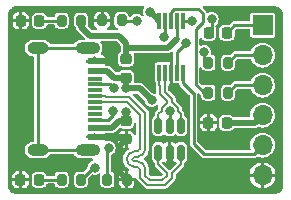
<source format=gbr>
%TF.GenerationSoftware,KiCad,Pcbnew,7.0.7*%
%TF.CreationDate,2024-05-21T12:30:45-04:00*%
%TF.ProjectId,CH340E_USB_UART,43483334-3045-45f5-9553-425f55415254,rev?*%
%TF.SameCoordinates,Original*%
%TF.FileFunction,Copper,L1,Top*%
%TF.FilePolarity,Positive*%
%FSLAX46Y46*%
G04 Gerber Fmt 4.6, Leading zero omitted, Abs format (unit mm)*
G04 Created by KiCad (PCBNEW 7.0.7) date 2024-05-21 12:30:45*
%MOMM*%
%LPD*%
G01*
G04 APERTURE LIST*
G04 Aperture macros list*
%AMRoundRect*
0 Rectangle with rounded corners*
0 $1 Rounding radius*
0 $2 $3 $4 $5 $6 $7 $8 $9 X,Y pos of 4 corners*
0 Add a 4 corners polygon primitive as box body*
4,1,4,$2,$3,$4,$5,$6,$7,$8,$9,$2,$3,0*
0 Add four circle primitives for the rounded corners*
1,1,$1+$1,$2,$3*
1,1,$1+$1,$4,$5*
1,1,$1+$1,$6,$7*
1,1,$1+$1,$8,$9*
0 Add four rect primitives between the rounded corners*
20,1,$1+$1,$2,$3,$4,$5,0*
20,1,$1+$1,$4,$5,$6,$7,0*
20,1,$1+$1,$6,$7,$8,$9,0*
20,1,$1+$1,$8,$9,$2,$3,0*%
G04 Aperture macros list end*
%TA.AperFunction,SMDPad,CuDef*%
%ADD10RoundRect,0.218750X-0.218750X-0.256250X0.218750X-0.256250X0.218750X0.256250X-0.218750X0.256250X0*%
%TD*%
%TA.AperFunction,SMDPad,CuDef*%
%ADD11RoundRect,0.225000X0.225000X0.250000X-0.225000X0.250000X-0.225000X-0.250000X0.225000X-0.250000X0*%
%TD*%
%TA.AperFunction,SMDPad,CuDef*%
%ADD12RoundRect,0.225000X-0.225000X-0.250000X0.225000X-0.250000X0.225000X0.250000X-0.225000X0.250000X0*%
%TD*%
%TA.AperFunction,SMDPad,CuDef*%
%ADD13RoundRect,0.200000X0.200000X0.275000X-0.200000X0.275000X-0.200000X-0.275000X0.200000X-0.275000X0*%
%TD*%
%TA.AperFunction,SMDPad,CuDef*%
%ADD14RoundRect,0.218750X0.256250X-0.218750X0.256250X0.218750X-0.256250X0.218750X-0.256250X-0.218750X0*%
%TD*%
%TA.AperFunction,SMDPad,CuDef*%
%ADD15RoundRect,0.150000X0.150000X-0.512500X0.150000X0.512500X-0.150000X0.512500X-0.150000X-0.512500X0*%
%TD*%
%TA.AperFunction,SMDPad,CuDef*%
%ADD16R,0.300000X1.400000*%
%TD*%
%TA.AperFunction,SMDPad,CuDef*%
%ADD17R,1.240000X0.600000*%
%TD*%
%TA.AperFunction,SMDPad,CuDef*%
%ADD18R,1.240000X0.300000*%
%TD*%
%TA.AperFunction,ComponentPad*%
%ADD19O,2.100000X1.000000*%
%TD*%
%TA.AperFunction,ComponentPad*%
%ADD20O,1.800000X1.000000*%
%TD*%
%TA.AperFunction,SMDPad,CuDef*%
%ADD21RoundRect,0.225000X0.250000X-0.225000X0.250000X0.225000X-0.250000X0.225000X-0.250000X-0.225000X0*%
%TD*%
%TA.AperFunction,ComponentPad*%
%ADD22R,1.700000X1.700000*%
%TD*%
%TA.AperFunction,ComponentPad*%
%ADD23O,1.700000X1.700000*%
%TD*%
%TA.AperFunction,SMDPad,CuDef*%
%ADD24RoundRect,0.200000X-0.200000X-0.275000X0.200000X-0.275000X0.200000X0.275000X-0.200000X0.275000X0*%
%TD*%
%TA.AperFunction,ViaPad*%
%ADD25C,0.800000*%
%TD*%
%TA.AperFunction,Conductor*%
%ADD26C,0.250000*%
%TD*%
%TA.AperFunction,Conductor*%
%ADD27C,0.500000*%
%TD*%
%TA.AperFunction,Conductor*%
%ADD28C,0.200000*%
%TD*%
G04 APERTURE END LIST*
D10*
%TO.P,D2,1,K*%
%TO.N,GND*%
X134467500Y-97028000D03*
%TO.P,D2,2,A*%
%TO.N,Net-(D2-A)*%
X136042500Y-97028000D03*
%TD*%
%TO.P,D1,1,K*%
%TO.N,GND*%
X134442000Y-110490000D03*
%TO.P,D1,2,A*%
%TO.N,Net-(D1-A)*%
X136017000Y-110490000D03*
%TD*%
D11*
%TO.P,C2,1*%
%TO.N,+3V3*%
X151905000Y-105664000D03*
%TO.P,C2,2*%
%TO.N,GND*%
X150355000Y-105664000D03*
%TD*%
D12*
%TO.P,C3,1*%
%TO.N,Net-(U1-~{RTS})*%
X150368000Y-98044000D03*
%TO.P,C3,2*%
%TO.N,RST*%
X151918000Y-98044000D03*
%TD*%
D13*
%TO.P,R6,1*%
%TO.N,+5V*%
X139572000Y-97028000D03*
%TO.P,R6,2*%
%TO.N,Net-(D2-A)*%
X137922000Y-97028000D03*
%TD*%
D14*
%TO.P,F1,1*%
%TO.N,VBUS*%
X143383000Y-101854000D03*
%TO.P,F1,2*%
%TO.N,+5V*%
X143383000Y-100279000D03*
%TD*%
D13*
%TO.P,R3,1*%
%TO.N,RXI*%
X152000000Y-100584000D03*
%TO.P,R3,2*%
%TO.N,Net-(U1-RXD)*%
X150350000Y-100584000D03*
%TD*%
D15*
%TO.P,U2,1,I/O1*%
%TO.N,USB_DP*%
X146116000Y-108198500D03*
%TO.P,U2,2,GND*%
%TO.N,GND*%
X147066000Y-108198500D03*
%TO.P,U2,3,I/O2*%
%TO.N,USB_DN*%
X148016000Y-108198500D03*
%TO.P,U2,4,I/O2*%
%TO.N,DN*%
X148016000Y-105923500D03*
%TO.P,U2,5,VBUS*%
%TO.N,VBUS*%
X147066000Y-105923500D03*
%TO.P,U2,6,I/O1*%
%TO.N,DP*%
X146116000Y-105923500D03*
%TD*%
D16*
%TO.P,U1,1,UD+*%
%TO.N,DP*%
X146193000Y-101428000D03*
%TO.P,U1,2,UD-*%
%TO.N,DN*%
X146693000Y-101428000D03*
%TO.P,U1,3,GND*%
%TO.N,GND*%
X147193000Y-101428000D03*
%TO.P,U1,4,~{RTS}*%
%TO.N,Net-(U1-~{RTS})*%
X147693000Y-101428000D03*
%TO.P,U1,5,~{CTS}*%
%TO.N,CTS*%
X148193000Y-101428000D03*
%TO.P,U1,6,TNOW*%
%TO.N,Net-(U1-TNOW)*%
X148193000Y-97028000D03*
%TO.P,U1,7,VCC*%
%TO.N,+5V*%
X147693000Y-97028000D03*
%TO.P,U1,8,TXD*%
%TO.N,Net-(U1-TXD)*%
X147193000Y-97028000D03*
%TO.P,U1,9,RXD*%
%TO.N,Net-(U1-RXD)*%
X146693000Y-97028000D03*
%TO.P,U1,10,V3*%
%TO.N,+3V3*%
X146193000Y-97028000D03*
%TD*%
D17*
%TO.P,P1,A1,GND*%
%TO.N,GND*%
X140725000Y-100480000D03*
%TO.P,P1,A4,VBUS*%
%TO.N,VBUS*%
X140725000Y-101280000D03*
D18*
%TO.P,P1,A5,CC*%
%TO.N,Net-(P1-CC)*%
X140725000Y-102430000D03*
%TO.P,P1,A6,D+*%
%TO.N,USB_DP*%
X140725000Y-103430000D03*
%TO.P,P1,A7,D-*%
%TO.N,USB_DN*%
X140725000Y-103930000D03*
%TO.P,P1,A8*%
%TO.N,N/C*%
X140725000Y-104930000D03*
D17*
%TO.P,P1,A9,VBUS*%
%TO.N,VBUS*%
X140725000Y-106080000D03*
%TO.P,P1,A12,GND*%
%TO.N,GND*%
X140725000Y-106880000D03*
%TO.P,P1,B1,GND*%
X140725000Y-106880000D03*
%TO.P,P1,B4,VBUS*%
%TO.N,VBUS*%
X140725000Y-106080000D03*
D18*
%TO.P,P1,B5,VCONN*%
%TO.N,Net-(P1-VCONN)*%
X140725000Y-105430000D03*
%TO.P,P1,B6*%
%TO.N,N/C*%
X140725000Y-104430000D03*
%TO.P,P1,B7*%
X140725000Y-102930000D03*
%TO.P,P1,B8*%
X140725000Y-101930000D03*
D17*
%TO.P,P1,B9,VBUS*%
%TO.N,VBUS*%
X140725000Y-101280000D03*
%TO.P,P1,B12,GND*%
%TO.N,GND*%
X140725000Y-100480000D03*
D19*
%TO.P,P1,S1,SHIELD*%
%TO.N,unconnected-(P1-SHIELD-PadS1)*%
X140125000Y-99360000D03*
D20*
X135925000Y-99360000D03*
D19*
X140125000Y-108000000D03*
D20*
X135925000Y-108000000D03*
%TD*%
D21*
%TO.P,C1,1*%
%TO.N,GND*%
X143383000Y-107074000D03*
%TO.P,C1,2*%
%TO.N,VBUS*%
X143383000Y-105524000D03*
%TD*%
D13*
%TO.P,R4,1*%
%TO.N,TXO*%
X152000000Y-103124000D03*
%TO.P,R4,2*%
%TO.N,Net-(U1-TXD)*%
X150350000Y-103124000D03*
%TD*%
D22*
%TO.P,J1,1,Pin_1*%
%TO.N,RST*%
X154940000Y-97409000D03*
D23*
%TO.P,J1,2,Pin_2*%
%TO.N,RXI*%
X154940000Y-99949000D03*
%TO.P,J1,3,Pin_3*%
%TO.N,TXO*%
X154940000Y-102489000D03*
%TO.P,J1,4,Pin_4*%
%TO.N,+3V3*%
X154940000Y-105029000D03*
%TO.P,J1,5,Pin_5*%
%TO.N,CTS*%
X154940000Y-107569000D03*
%TO.P,J1,6,Pin_6*%
%TO.N,GND*%
X154940000Y-110109000D03*
%TD*%
D13*
%TO.P,R1,1*%
%TO.N,Net-(P1-CC)*%
X143000000Y-97000000D03*
%TO.P,R1,2*%
%TO.N,GND*%
X141350000Y-97000000D03*
%TD*%
%TO.P,R5,1*%
%TO.N,Net-(U1-TNOW)*%
X139573000Y-110490000D03*
%TO.P,R5,2*%
%TO.N,Net-(D1-A)*%
X137923000Y-110490000D03*
%TD*%
D24*
%TO.P,R2,1*%
%TO.N,Net-(P1-VCONN)*%
X141796000Y-110490000D03*
%TO.P,R2,2*%
%TO.N,GND*%
X143446000Y-110490000D03*
%TD*%
D25*
%TO.N,GND*%
X148336000Y-103759000D03*
X147066000Y-109153008D03*
X142367000Y-99147500D03*
X151384000Y-107315000D03*
%TO.N,VBUS*%
X143383000Y-102755500D03*
X143356470Y-104785914D03*
X145542000Y-103759000D03*
X147089020Y-104712500D03*
%TO.N,+3V3*%
X145415000Y-96266000D03*
%TO.N,Net-(U1-~{RTS})*%
X150622000Y-96901000D03*
X148463000Y-98933000D03*
%TO.N,Net-(P1-CC)*%
X144272000Y-97028000D03*
X142367000Y-102743000D03*
%TO.N,Net-(P1-VCONN)*%
X142240000Y-104648000D03*
X141898500Y-107823000D03*
%TO.N,Net-(U1-RXD)*%
X146558000Y-98425000D03*
X149987000Y-99695000D03*
%TO.N,Net-(U1-TNOW)*%
X140716000Y-109474000D03*
X148971000Y-97028000D03*
%TD*%
D26*
%TO.N,Net-(U1-TXD)*%
X147193000Y-96266000D02*
X147193000Y-97028000D01*
X147447000Y-96012000D02*
X147193000Y-96266000D01*
X149860000Y-96393000D02*
X149479000Y-96012000D01*
X149479000Y-96012000D02*
X147447000Y-96012000D01*
X149860000Y-97164305D02*
X149860000Y-96393000D01*
X149987000Y-103124000D02*
X149262000Y-102399000D01*
X149262000Y-102399000D02*
X149262000Y-97762305D01*
X149262000Y-97762305D02*
X149860000Y-97164305D01*
X150350000Y-103124000D02*
X149987000Y-103124000D01*
D27*
%TO.N,GND*%
X143189000Y-106880000D02*
X143383000Y-107074000D01*
D26*
X147066000Y-108198500D02*
X147066000Y-109153008D01*
D27*
X142748000Y-107709000D02*
X143383000Y-107074000D01*
X142113000Y-100330000D02*
X142113000Y-99401500D01*
X141963000Y-100480000D02*
X142113000Y-100330000D01*
X143446000Y-110490000D02*
X142748000Y-109792000D01*
X140725000Y-100480000D02*
X141963000Y-100480000D01*
X142113000Y-99401500D02*
X142367000Y-99147500D01*
X142748000Y-109792000D02*
X142748000Y-107709000D01*
X140725000Y-106880000D02*
X143189000Y-106880000D01*
%TO.N,VBUS*%
X142367000Y-101854000D02*
X143383000Y-101854000D01*
X142761000Y-105524000D02*
X142205000Y-106080000D01*
X141793000Y-101280000D02*
X142367000Y-101854000D01*
X143383000Y-105524000D02*
X143383000Y-104812444D01*
X143383000Y-104812444D02*
X143356470Y-104785914D01*
X144538500Y-102755500D02*
X145542000Y-103759000D01*
D26*
X147066000Y-105923500D02*
X147066000Y-104735520D01*
D27*
X143383000Y-102755500D02*
X143383000Y-101854000D01*
D26*
X147066000Y-104735520D02*
X147089020Y-104712500D01*
D27*
X143383000Y-102755500D02*
X144538500Y-102755500D01*
X142205000Y-106080000D02*
X140725000Y-106080000D01*
X140725000Y-101280000D02*
X141793000Y-101280000D01*
X143383000Y-105524000D02*
X142761000Y-105524000D01*
%TO.N,+3V3*%
X145415000Y-96266000D02*
X145431000Y-96266000D01*
X146093000Y-96928000D02*
X146093000Y-97028000D01*
X154305000Y-105664000D02*
X154940000Y-105029000D01*
X145431000Y-96266000D02*
X146093000Y-96928000D01*
X151905000Y-105664000D02*
X154305000Y-105664000D01*
D26*
%TO.N,Net-(U1-~{RTS})*%
X150622000Y-97790000D02*
X150368000Y-98044000D01*
X147693000Y-101428000D02*
X147693000Y-99703000D01*
X150622000Y-96901000D02*
X150622000Y-97790000D01*
X147693000Y-99703000D02*
X148463000Y-98933000D01*
%TO.N,RST*%
X151918000Y-98044000D02*
X152553000Y-97409000D01*
X152553000Y-97409000D02*
X154940000Y-97409000D01*
%TO.N,Net-(D1-A)*%
X136017000Y-110490000D02*
X137923000Y-110490000D01*
%TO.N,Net-(D2-A)*%
X136017000Y-97028000D02*
X137922000Y-97028000D01*
%TO.N,+5V*%
X147693000Y-98544000D02*
X147701000Y-98552000D01*
D27*
X139572000Y-97535000D02*
X140335000Y-98298000D01*
X143383000Y-99314000D02*
X146939000Y-99314000D01*
X143383000Y-99314000D02*
X143383000Y-100279000D01*
X143383000Y-98933000D02*
X143383000Y-99314000D01*
D26*
X147693000Y-97028000D02*
X147693000Y-98544000D01*
D27*
X146939000Y-99314000D02*
X147701000Y-98552000D01*
X142748000Y-98298000D02*
X143383000Y-98933000D01*
X140335000Y-98298000D02*
X142748000Y-98298000D01*
X139572000Y-97028000D02*
X139572000Y-97535000D01*
D26*
%TO.N,RXI*%
X152000000Y-100584000D02*
X152635000Y-99949000D01*
X152635000Y-99949000D02*
X154940000Y-99949000D01*
%TO.N,TXO*%
X152635000Y-102489000D02*
X154940000Y-102489000D01*
X152000000Y-103124000D02*
X152635000Y-102489000D01*
%TO.N,CTS*%
X148193000Y-102291604D02*
X149061698Y-103160302D01*
X154178000Y-108331000D02*
X149987000Y-108331000D01*
X149098000Y-103196604D02*
X149061698Y-103160302D01*
X149098000Y-107442000D02*
X149098000Y-103196604D01*
X149987000Y-108331000D02*
X149098000Y-107442000D01*
X148193000Y-101428000D02*
X148193000Y-102291604D01*
X154940000Y-107569000D02*
X154178000Y-108331000D01*
%TO.N,Net-(P1-CC)*%
X140725000Y-102430000D02*
X142054000Y-102430000D01*
X142054000Y-102430000D02*
X142367000Y-102743000D01*
X144272000Y-97028000D02*
X143028000Y-97028000D01*
X143028000Y-97028000D02*
X143000000Y-97000000D01*
D28*
%TO.N,USB_DP*%
X145381200Y-110519000D02*
X145005000Y-110142800D01*
X145005000Y-110142800D02*
X145005000Y-109601000D01*
X146841000Y-109917251D02*
X146841000Y-110142800D01*
X141655001Y-103430000D02*
X140725000Y-103430000D01*
X146116000Y-109192251D02*
X146841000Y-109917251D01*
X143651200Y-103455000D02*
X141680001Y-103455000D01*
X146464800Y-110519000D02*
X145381200Y-110519000D01*
X145005000Y-107901000D02*
X145005000Y-107816104D01*
X146841000Y-110142800D02*
X146464800Y-110519000D01*
X144355000Y-108951000D02*
X144080000Y-108951000D01*
X145005000Y-104808800D02*
X143651200Y-103455000D01*
X146116000Y-108198500D02*
X146116000Y-109192251D01*
X144080000Y-108551000D02*
X144355000Y-108551000D01*
X141680001Y-103455000D02*
X141655001Y-103430000D01*
X145005000Y-107816104D02*
X145005000Y-104808800D01*
X143880000Y-108751000D02*
G75*
G03*
X144080000Y-108951000I200000J0D01*
G01*
X145005000Y-109601000D02*
G75*
G03*
X144355000Y-108951000I-650000J0D01*
G01*
X144355000Y-108551000D02*
G75*
G03*
X145005000Y-107901000I0J650000D01*
G01*
X144080000Y-108551000D02*
G75*
G03*
X143880000Y-108751000I0J-200000D01*
G01*
%TO.N,USB_DN*%
X141655001Y-103930000D02*
X140725000Y-103930000D01*
X148016000Y-108198500D02*
X148016000Y-109192251D01*
X144555000Y-107901000D02*
X144555000Y-107816104D01*
X146651200Y-110969000D02*
X145194800Y-110969000D01*
X147291000Y-110329200D02*
X146651200Y-110969000D01*
X147291000Y-109917251D02*
X147291000Y-110329200D01*
X145194800Y-110969000D02*
X144555000Y-110329200D01*
X144080000Y-108101000D02*
X144355000Y-108101000D01*
X141680001Y-103905000D02*
X141655001Y-103930000D01*
X144555000Y-107816104D02*
X144555000Y-104995200D01*
X144555000Y-110329200D02*
X144555000Y-109601000D01*
X143464800Y-103905000D02*
X141680001Y-103905000D01*
X144555000Y-104995200D02*
X143464800Y-103905000D01*
X144355000Y-109401000D02*
X144080000Y-109401000D01*
X148016000Y-109192251D02*
X147291000Y-109917251D01*
X143430000Y-108751000D02*
G75*
G03*
X144080000Y-109401000I650000J0D01*
G01*
X144555000Y-109601000D02*
G75*
G03*
X144355000Y-109401000I-200000J0D01*
G01*
X144080000Y-108101000D02*
G75*
G03*
X143430000Y-108751000I0J-650000D01*
G01*
X144355000Y-108101000D02*
G75*
G03*
X144555000Y-107901000I0J200000D01*
G01*
D26*
%TO.N,Net-(P1-VCONN)*%
X141796000Y-110490000D02*
X141796000Y-107925500D01*
X141839000Y-105430000D02*
X140725000Y-105430000D01*
X141796000Y-107925500D02*
X141898500Y-107823000D01*
X142240000Y-104648000D02*
X142240000Y-105029000D01*
X142240000Y-105029000D02*
X141839000Y-105430000D01*
%TO.N,unconnected-(P1-SHIELD-PadS1)*%
X135925000Y-108000000D02*
X140125000Y-108000000D01*
X135925000Y-99360000D02*
X140125000Y-99360000D01*
X135925000Y-108000000D02*
X135925000Y-99360000D01*
%TO.N,Net-(U1-RXD)*%
X149987000Y-99695000D02*
X149987000Y-100221000D01*
X146693000Y-98290000D02*
X146558000Y-98425000D01*
X146693000Y-97028000D02*
X146693000Y-98290000D01*
X149987000Y-100221000D02*
X150350000Y-100584000D01*
%TO.N,Net-(U1-TNOW)*%
X148193000Y-97028000D02*
X148971000Y-97028000D01*
X140589000Y-109474000D02*
X139573000Y-110490000D01*
X140716000Y-109474000D02*
X140589000Y-109474000D01*
D28*
%TO.N,DP*%
X146389020Y-104656729D02*
X146389020Y-104422550D01*
X146218000Y-103229200D02*
X146218000Y-102503001D01*
X146389020Y-104422550D02*
X146841000Y-103970570D01*
X146841000Y-103852200D02*
X146218000Y-103229200D01*
X146841000Y-103970570D02*
X146841000Y-103852200D01*
X146218000Y-102503001D02*
X146193000Y-102478001D01*
X146193000Y-102478001D02*
X146193000Y-101428000D01*
X146116000Y-105923500D02*
X146116000Y-104929749D01*
X146116000Y-104929749D02*
X146389020Y-104656729D01*
%TO.N,DN*%
X147789020Y-104702769D02*
X147789020Y-104422550D01*
X147291000Y-103665800D02*
X146668000Y-103042800D01*
X146668000Y-102503001D02*
X146693000Y-102478001D01*
X146668000Y-103042800D02*
X146668000Y-102503001D01*
X146693000Y-102478001D02*
X146693000Y-101428000D01*
X147291000Y-103924530D02*
X147291000Y-103665800D01*
X148016000Y-104929749D02*
X147789020Y-104702769D01*
X148016000Y-105923500D02*
X148016000Y-104929749D01*
X147789020Y-104422550D02*
X147291000Y-103924530D01*
%TD*%
%TA.AperFunction,Conductor*%
%TO.N,GND*%
G36*
X144869647Y-95823407D02*
G01*
X144905611Y-95872907D01*
X144905611Y-95934093D01*
X144893372Y-95957351D01*
X144893706Y-95957544D01*
X144890462Y-95963161D01*
X144829957Y-96109233D01*
X144829955Y-96109241D01*
X144809318Y-96265999D01*
X144809318Y-96266000D01*
X144829897Y-96422318D01*
X144829956Y-96422762D01*
X144856423Y-96486658D01*
X144856432Y-96486680D01*
X144861233Y-96547677D01*
X144829263Y-96599846D01*
X144772736Y-96623261D01*
X144713241Y-96608977D01*
X144704701Y-96603108D01*
X144599322Y-96522249D01*
X144574841Y-96503464D01*
X144574840Y-96503463D01*
X144574838Y-96503462D01*
X144428766Y-96442957D01*
X144428758Y-96442955D01*
X144272001Y-96422318D01*
X144271999Y-96422318D01*
X144115241Y-96442955D01*
X144115233Y-96442957D01*
X143969161Y-96503462D01*
X143969160Y-96503462D01*
X143843723Y-96599713D01*
X143843714Y-96599722D01*
X143794572Y-96663767D01*
X143744148Y-96698423D01*
X143716030Y-96702500D01*
X143686483Y-96702500D01*
X143628292Y-96683593D01*
X143592328Y-96634093D01*
X143588702Y-96618986D01*
X143585647Y-96599700D01*
X143585646Y-96599698D01*
X143585646Y-96599696D01*
X143528050Y-96486658D01*
X143438342Y-96396950D01*
X143325304Y-96339354D01*
X143325305Y-96339354D01*
X143231522Y-96324500D01*
X142768479Y-96324500D01*
X142768476Y-96324501D01*
X142674700Y-96339352D01*
X142674695Y-96339354D01*
X142561659Y-96396949D01*
X142471949Y-96486659D01*
X142414354Y-96599695D01*
X142399500Y-96693477D01*
X142399500Y-97306520D01*
X142399501Y-97306523D01*
X142414352Y-97400299D01*
X142414354Y-97400304D01*
X142471950Y-97513342D01*
X142561658Y-97603050D01*
X142627635Y-97636667D01*
X142673999Y-97660291D01*
X142717263Y-97703555D01*
X142726834Y-97763988D01*
X142699056Y-97818504D01*
X142644540Y-97846281D01*
X142629053Y-97847500D01*
X141832953Y-97847500D01*
X141774762Y-97828593D01*
X141738798Y-97779093D01*
X141738798Y-97717907D01*
X141774164Y-97668845D01*
X141871790Y-97596792D01*
X141871792Y-97596790D01*
X141952345Y-97487647D01*
X141997149Y-97359601D01*
X141999999Y-97329211D01*
X142000000Y-97329210D01*
X142000000Y-97125001D01*
X141999999Y-97125000D01*
X140700002Y-97125000D01*
X140700001Y-97125001D01*
X140700001Y-97329203D01*
X140702850Y-97359600D01*
X140702850Y-97359602D01*
X140747654Y-97487647D01*
X140828207Y-97596790D01*
X140828209Y-97596792D01*
X140925836Y-97668845D01*
X140961428Y-97718613D01*
X140960970Y-97779797D01*
X140924637Y-97829026D01*
X140867047Y-97847500D01*
X140562611Y-97847500D01*
X140504420Y-97828593D01*
X140492608Y-97818504D01*
X140342949Y-97668845D01*
X140185761Y-97511658D01*
X140157984Y-97457142D01*
X140157984Y-97426167D01*
X140159686Y-97415423D01*
X140172500Y-97334519D01*
X140172499Y-96874999D01*
X140700000Y-96874999D01*
X140700001Y-96875000D01*
X141224999Y-96875000D01*
X141225000Y-96874999D01*
X141475000Y-96874999D01*
X141475001Y-96875000D01*
X141999998Y-96875000D01*
X141999999Y-96874999D01*
X141999999Y-96670796D01*
X141997149Y-96640399D01*
X141997149Y-96640397D01*
X141952345Y-96512352D01*
X141871792Y-96403209D01*
X141871790Y-96403207D01*
X141762647Y-96322654D01*
X141634601Y-96277850D01*
X141604211Y-96275000D01*
X141475001Y-96275000D01*
X141475000Y-96275001D01*
X141475000Y-96874999D01*
X141225000Y-96874999D01*
X141225000Y-96874998D01*
X141225000Y-96275001D01*
X141224999Y-96275000D01*
X141095796Y-96275000D01*
X141065399Y-96277850D01*
X141065397Y-96277850D01*
X140937352Y-96322654D01*
X140828209Y-96403207D01*
X140828207Y-96403209D01*
X140747654Y-96512352D01*
X140702850Y-96640398D01*
X140700000Y-96670788D01*
X140700000Y-96874999D01*
X140172499Y-96874999D01*
X140172499Y-96721482D01*
X140168065Y-96693482D01*
X140157647Y-96627700D01*
X140157646Y-96627698D01*
X140157646Y-96627696D01*
X140100050Y-96514658D01*
X140010342Y-96424950D01*
X139897304Y-96367354D01*
X139897305Y-96367354D01*
X139803522Y-96352500D01*
X139340479Y-96352500D01*
X139340476Y-96352501D01*
X139246700Y-96367352D01*
X139246695Y-96367354D01*
X139133659Y-96424949D01*
X139043949Y-96514659D01*
X138986354Y-96627695D01*
X138971500Y-96721477D01*
X138971500Y-97334520D01*
X138971501Y-97334523D01*
X138986352Y-97428299D01*
X138986354Y-97428304D01*
X139043950Y-97541342D01*
X139043951Y-97541343D01*
X139107362Y-97604755D01*
X139135139Y-97659272D01*
X139135252Y-97659998D01*
X139136652Y-97669289D01*
X139138840Y-97676381D01*
X139138417Y-97676511D01*
X139139109Y-97678613D01*
X139139526Y-97678468D01*
X139141975Y-97685468D01*
X139169777Y-97738073D01*
X139195574Y-97791641D01*
X139199753Y-97797770D01*
X139199389Y-97798017D01*
X139200677Y-97799831D01*
X139201030Y-97799571D01*
X139205431Y-97805535D01*
X139247495Y-97847599D01*
X139287944Y-97891194D01*
X139293743Y-97895818D01*
X139293467Y-97896163D01*
X139304600Y-97904704D01*
X139630776Y-98230880D01*
X139890393Y-98490496D01*
X139918170Y-98545013D01*
X139908599Y-98605445D01*
X139865334Y-98648710D01*
X139820389Y-98659500D01*
X139532618Y-98659500D01*
X139406128Y-98674860D01*
X139247070Y-98735182D01*
X139107072Y-98831816D01*
X139107069Y-98831818D01*
X138994265Y-98959147D01*
X138982531Y-98981507D01*
X138938747Y-99024246D01*
X138894871Y-99034500D01*
X137005129Y-99034500D01*
X136946938Y-99015593D01*
X136917469Y-98981507D01*
X136905734Y-98959147D01*
X136792930Y-98831818D01*
X136792929Y-98831817D01*
X136652930Y-98735182D01*
X136493872Y-98674860D01*
X136481222Y-98673324D01*
X136367381Y-98659500D01*
X136367372Y-98659500D01*
X135482628Y-98659500D01*
X135482618Y-98659500D01*
X135356128Y-98674860D01*
X135197070Y-98735182D01*
X135057072Y-98831816D01*
X135057069Y-98831818D01*
X134944267Y-98959146D01*
X134865209Y-99109776D01*
X134824500Y-99274941D01*
X134824500Y-99445058D01*
X134865209Y-99610223D01*
X134865209Y-99610224D01*
X134865210Y-99610225D01*
X134944266Y-99760852D01*
X135057071Y-99888183D01*
X135197070Y-99984818D01*
X135356128Y-100045140D01*
X135460301Y-100057789D01*
X135482618Y-100060499D01*
X135482622Y-100060499D01*
X135482628Y-100060500D01*
X135500500Y-100060500D01*
X135558691Y-100079407D01*
X135594655Y-100128907D01*
X135599500Y-100159500D01*
X135599500Y-107200500D01*
X135580593Y-107258691D01*
X135531093Y-107294655D01*
X135500500Y-107299500D01*
X135482618Y-107299500D01*
X135356128Y-107314860D01*
X135197070Y-107375182D01*
X135057072Y-107471816D01*
X135057069Y-107471818D01*
X134944267Y-107599146D01*
X134865209Y-107749776D01*
X134824500Y-107914941D01*
X134824500Y-108085058D01*
X134865209Y-108250223D01*
X134865209Y-108250224D01*
X134865210Y-108250225D01*
X134944266Y-108400852D01*
X135057071Y-108528183D01*
X135197070Y-108624818D01*
X135356128Y-108685140D01*
X135460301Y-108697789D01*
X135482618Y-108700499D01*
X135482622Y-108700499D01*
X135482628Y-108700500D01*
X135482632Y-108700500D01*
X136367368Y-108700500D01*
X136367372Y-108700500D01*
X136367378Y-108700499D01*
X136367381Y-108700499D01*
X136377048Y-108699325D01*
X136493872Y-108685140D01*
X136652930Y-108624818D01*
X136792929Y-108528183D01*
X136905734Y-108400852D01*
X136917468Y-108378493D01*
X136961253Y-108335754D01*
X137005129Y-108325500D01*
X138894871Y-108325500D01*
X138953062Y-108344407D01*
X138982531Y-108378493D01*
X138994265Y-108400852D01*
X139087050Y-108505584D01*
X139107071Y-108528183D01*
X139247070Y-108624818D01*
X139406128Y-108685140D01*
X139510301Y-108697789D01*
X139532618Y-108700499D01*
X139532622Y-108700499D01*
X139532628Y-108700500D01*
X139532632Y-108700500D01*
X140516505Y-108700500D01*
X140574696Y-108719407D01*
X140610660Y-108768907D01*
X140610660Y-108830093D01*
X140574696Y-108879593D01*
X140554390Y-108890964D01*
X140413161Y-108949462D01*
X140413160Y-108949462D01*
X140287723Y-109045713D01*
X140287713Y-109045723D01*
X140191462Y-109171160D01*
X140191462Y-109171161D01*
X140130957Y-109317233D01*
X140130955Y-109317240D01*
X140111921Y-109461819D01*
X140085580Y-109517043D01*
X140083772Y-109518900D01*
X139817168Y-109785504D01*
X139762651Y-109813281D01*
X139747164Y-109814500D01*
X139341479Y-109814500D01*
X139341476Y-109814501D01*
X139247700Y-109829352D01*
X139247695Y-109829354D01*
X139134659Y-109886949D01*
X139044949Y-109976659D01*
X138987354Y-110089695D01*
X138972500Y-110183477D01*
X138972500Y-110796520D01*
X138972501Y-110796523D01*
X138987352Y-110890299D01*
X138987354Y-110890304D01*
X139044950Y-111003342D01*
X139134658Y-111093050D01*
X139247696Y-111150646D01*
X139341481Y-111165500D01*
X139804518Y-111165499D01*
X139804520Y-111165499D01*
X139804521Y-111165498D01*
X139851411Y-111158072D01*
X139898299Y-111150647D01*
X139898299Y-111150646D01*
X139898304Y-111150646D01*
X140011342Y-111093050D01*
X140101050Y-111003342D01*
X140158646Y-110890304D01*
X140173500Y-110796519D01*
X140173499Y-110390832D01*
X140192406Y-110332642D01*
X140202489Y-110320835D01*
X140445320Y-110078004D01*
X140499835Y-110050229D01*
X140553209Y-110056546D01*
X140559238Y-110059044D01*
X140655560Y-110071725D01*
X140715999Y-110079682D01*
X140716000Y-110079682D01*
X140716001Y-110079682D01*
X140751791Y-110074970D01*
X140872762Y-110059044D01*
X141018841Y-109998536D01*
X141062461Y-109965064D01*
X141120134Y-109944642D01*
X141178800Y-109962019D01*
X141216047Y-110010560D01*
X141217649Y-110071725D01*
X141210938Y-110088549D01*
X141210354Y-110089694D01*
X141195500Y-110183477D01*
X141195500Y-110796520D01*
X141195501Y-110796523D01*
X141210352Y-110890299D01*
X141210354Y-110890304D01*
X141267950Y-111003342D01*
X141357658Y-111093050D01*
X141470696Y-111150646D01*
X141564481Y-111165500D01*
X142027518Y-111165499D01*
X142027520Y-111165499D01*
X142027521Y-111165498D01*
X142074411Y-111158072D01*
X142121299Y-111150647D01*
X142121299Y-111150646D01*
X142121304Y-111150646D01*
X142234342Y-111093050D01*
X142324050Y-111003342D01*
X142381646Y-110890304D01*
X142392907Y-110819203D01*
X142796001Y-110819203D01*
X142798850Y-110849600D01*
X142798850Y-110849602D01*
X142843654Y-110977647D01*
X142924207Y-111086790D01*
X142924209Y-111086792D01*
X143033352Y-111167345D01*
X143161398Y-111212149D01*
X143191789Y-111214999D01*
X143321000Y-111214999D01*
X143321000Y-110615001D01*
X143320999Y-110615000D01*
X143571000Y-110615000D01*
X143571000Y-111214998D01*
X143571001Y-111214999D01*
X143700203Y-111214999D01*
X143730600Y-111212149D01*
X143730602Y-111212149D01*
X143858647Y-111167345D01*
X143967790Y-111086792D01*
X143967792Y-111086790D01*
X144048345Y-110977647D01*
X144093149Y-110849601D01*
X144095999Y-110819211D01*
X144096000Y-110819210D01*
X144096000Y-110615000D01*
X143571000Y-110615000D01*
X143320999Y-110615000D01*
X142796002Y-110615000D01*
X142796001Y-110615001D01*
X142796001Y-110819203D01*
X142392907Y-110819203D01*
X142396500Y-110796519D01*
X142396499Y-110364999D01*
X142796000Y-110364999D01*
X142796001Y-110365000D01*
X143320999Y-110365000D01*
X143321000Y-110364998D01*
X143321000Y-109765001D01*
X143320999Y-109765000D01*
X143191796Y-109765000D01*
X143161399Y-109767850D01*
X143161397Y-109767850D01*
X143033352Y-109812654D01*
X142924209Y-109893207D01*
X142924207Y-109893209D01*
X142843654Y-110002352D01*
X142798850Y-110130398D01*
X142796000Y-110160788D01*
X142796000Y-110364999D01*
X142396499Y-110364999D01*
X142396499Y-110183482D01*
X142392905Y-110160788D01*
X142381647Y-110089700D01*
X142381646Y-110089698D01*
X142381646Y-110089696D01*
X142324050Y-109976658D01*
X142234342Y-109886950D01*
X142234339Y-109886948D01*
X142175554Y-109856995D01*
X142132290Y-109813730D01*
X142121500Y-109768786D01*
X142121500Y-108446756D01*
X142140407Y-108388565D01*
X142182615Y-108355292D01*
X142201341Y-108347536D01*
X142326782Y-108251282D01*
X142423036Y-108125841D01*
X142483544Y-107979762D01*
X142504182Y-107823000D01*
X142483544Y-107666238D01*
X142448521Y-107581684D01*
X142423037Y-107520161D01*
X142423037Y-107520160D01*
X142326786Y-107394723D01*
X142326785Y-107394722D01*
X142326782Y-107394718D01*
X142326777Y-107394714D01*
X142326776Y-107394713D01*
X142261253Y-107344436D01*
X142658001Y-107344436D01*
X142664081Y-107401004D01*
X142664082Y-107401006D01*
X142711814Y-107528983D01*
X142793668Y-107638327D01*
X142793672Y-107638331D01*
X142903016Y-107720185D01*
X143030990Y-107767916D01*
X143030998Y-107767918D01*
X143087566Y-107773999D01*
X143258000Y-107773999D01*
X143258000Y-107199000D01*
X142658002Y-107199000D01*
X142658001Y-107199001D01*
X142658001Y-107344436D01*
X142261253Y-107344436D01*
X142201338Y-107298462D01*
X142055266Y-107237957D01*
X142055258Y-107237955D01*
X141898501Y-107217318D01*
X141898499Y-107217318D01*
X141741741Y-107237955D01*
X141741733Y-107237957D01*
X141731885Y-107242037D01*
X141670889Y-107246838D01*
X141618720Y-107214868D01*
X141595305Y-107158340D01*
X141595000Y-107150573D01*
X141595000Y-107005001D01*
X141594999Y-107005000D01*
X140071976Y-107005000D01*
X140013785Y-106986093D01*
X139986835Y-106948999D01*
X142658000Y-106948999D01*
X142658001Y-106949000D01*
X143257999Y-106949000D01*
X143258000Y-106948999D01*
X143258000Y-106374001D01*
X143257999Y-106374000D01*
X143087569Y-106374000D01*
X143087563Y-106374001D01*
X143030995Y-106380081D01*
X143030993Y-106380082D01*
X142903016Y-106427814D01*
X142793672Y-106509668D01*
X142793668Y-106509672D01*
X142711814Y-106619016D01*
X142664083Y-106746990D01*
X142664081Y-106746998D01*
X142658000Y-106803565D01*
X142658000Y-106948999D01*
X139986835Y-106948999D01*
X139977821Y-106936593D01*
X139977821Y-106875407D01*
X139988692Y-106852477D01*
X140022110Y-106800477D01*
X140069476Y-106761746D01*
X140105394Y-106755000D01*
X140599999Y-106755000D01*
X140600000Y-106754998D01*
X140600000Y-106679500D01*
X140618907Y-106621309D01*
X140668407Y-106585345D01*
X140699000Y-106580500D01*
X140751000Y-106580500D01*
X140809191Y-106599407D01*
X140845155Y-106648907D01*
X140850000Y-106679500D01*
X140850000Y-106754998D01*
X140850001Y-106755000D01*
X141594999Y-106755000D01*
X141595000Y-106754999D01*
X141595000Y-106629500D01*
X141613907Y-106571309D01*
X141663407Y-106535345D01*
X141694000Y-106530500D01*
X142176913Y-106530500D01*
X142182459Y-106530811D01*
X142222035Y-106535270D01*
X142280479Y-106524211D01*
X142339287Y-106515348D01*
X142339294Y-106515344D01*
X142346381Y-106513159D01*
X142346512Y-106513584D01*
X142348613Y-106512892D01*
X142348467Y-106512473D01*
X142355464Y-106510024D01*
X142355472Y-106510023D01*
X142371350Y-106501631D01*
X142408072Y-106482223D01*
X142434997Y-106469256D01*
X142461642Y-106456425D01*
X142461646Y-106456421D01*
X142467778Y-106452242D01*
X142468028Y-106452609D01*
X142469832Y-106451329D01*
X142469568Y-106450971D01*
X142475529Y-106446570D01*
X142475538Y-106446566D01*
X142517599Y-106404504D01*
X142561194Y-106364055D01*
X142561198Y-106364047D01*
X142565820Y-106358253D01*
X142566166Y-106358529D01*
X142574704Y-106347398D01*
X142792349Y-106129752D01*
X142846864Y-106101976D01*
X142907292Y-106111546D01*
X142999874Y-106158719D01*
X143075541Y-106170703D01*
X143099510Y-106174500D01*
X143099512Y-106174500D01*
X143666490Y-106174500D01*
X143687885Y-106171111D01*
X143766126Y-106158719D01*
X143886220Y-106097528D01*
X143981528Y-106002220D01*
X144042719Y-105882126D01*
X144055266Y-105802908D01*
X144057719Y-105787421D01*
X144085497Y-105732904D01*
X144140013Y-105705127D01*
X144200445Y-105714699D01*
X144243710Y-105757963D01*
X144254500Y-105802908D01*
X144254500Y-106607360D01*
X144235593Y-106665551D01*
X144186093Y-106701515D01*
X144124907Y-106701515D01*
X144075407Y-106665551D01*
X144062742Y-106641957D01*
X144054185Y-106619017D01*
X143972331Y-106509672D01*
X143972327Y-106509668D01*
X143862983Y-106427814D01*
X143735009Y-106380083D01*
X143735001Y-106380081D01*
X143678434Y-106374000D01*
X143508001Y-106374000D01*
X143508000Y-106374001D01*
X143508000Y-107773997D01*
X143511012Y-107777010D01*
X143559934Y-107792906D01*
X143595898Y-107842406D01*
X143595898Y-107903592D01*
X143559934Y-107953092D01*
X143551248Y-107958732D01*
X143543239Y-107963355D01*
X143532734Y-107969421D01*
X143532729Y-107969424D01*
X143405333Y-108076321D01*
X143405321Y-108076333D01*
X143298424Y-108203729D01*
X143298418Y-108203738D01*
X143215267Y-108347758D01*
X143215262Y-108347770D01*
X143158383Y-108504042D01*
X143158380Y-108504053D01*
X143129500Y-108667837D01*
X143129500Y-108834162D01*
X143149831Y-108949462D01*
X143157328Y-108991983D01*
X143158380Y-108997946D01*
X143158383Y-108997957D01*
X143215262Y-109154229D01*
X143215267Y-109154241D01*
X143298418Y-109298261D01*
X143298424Y-109298270D01*
X143398391Y-109417407D01*
X143405327Y-109425673D01*
X143405333Y-109425678D01*
X143526622Y-109527451D01*
X143532733Y-109532578D01*
X143532736Y-109532580D01*
X143532738Y-109532581D01*
X143615327Y-109580264D01*
X143656268Y-109625733D01*
X143662664Y-109686584D01*
X143632071Y-109739572D01*
X143576175Y-109764458D01*
X143571286Y-109764714D01*
X143571000Y-109765001D01*
X143571000Y-110364999D01*
X143571001Y-110365000D01*
X144096664Y-110365000D01*
X144149822Y-110337913D01*
X144210255Y-110347484D01*
X144253520Y-110390747D01*
X144255875Y-110395705D01*
X144261383Y-110408179D01*
X144268133Y-110429973D01*
X144269939Y-110439633D01*
X144286717Y-110466733D01*
X144289915Y-110472800D01*
X144297569Y-110490133D01*
X144302794Y-110501965D01*
X144309745Y-110508916D01*
X144323907Y-110526796D01*
X144328338Y-110533952D01*
X144329081Y-110535152D01*
X144354511Y-110554356D01*
X144359690Y-110558862D01*
X144936236Y-111135407D01*
X144944337Y-111146647D01*
X144945316Y-111145909D01*
X144950844Y-111153230D01*
X144986369Y-111185616D01*
X144988023Y-111187195D01*
X144995747Y-111194918D01*
X145002003Y-111201174D01*
X145004928Y-111203178D01*
X145010305Y-111207437D01*
X145033864Y-111228914D01*
X145033865Y-111228914D01*
X145033867Y-111228916D01*
X145043025Y-111232463D01*
X145063212Y-111243103D01*
X145071319Y-111248657D01*
X145102352Y-111255955D01*
X145108895Y-111257982D01*
X145120865Y-111262619D01*
X145131102Y-111266585D01*
X145138627Y-111269500D01*
X145148452Y-111269500D01*
X145171116Y-111272129D01*
X145180681Y-111274379D01*
X145208445Y-111270506D01*
X145212253Y-111269975D01*
X145219099Y-111269500D01*
X146586036Y-111269500D01*
X146599711Y-111271732D01*
X146599883Y-111270506D01*
X146608964Y-111271772D01*
X146608965Y-111271773D01*
X146608965Y-111271772D01*
X146608966Y-111271773D01*
X146617707Y-111271368D01*
X146656993Y-111269552D01*
X146659270Y-111269500D01*
X146679041Y-111269500D01*
X146679044Y-111269500D01*
X146682537Y-111268846D01*
X146689341Y-111268056D01*
X146721192Y-111266585D01*
X146730176Y-111262617D01*
X146751977Y-111255865D01*
X146761633Y-111254061D01*
X146788743Y-111237274D01*
X146794789Y-111234088D01*
X146823965Y-111221206D01*
X146830909Y-111214260D01*
X146848801Y-111200089D01*
X146857152Y-111194919D01*
X146876365Y-111169474D01*
X146880862Y-111164308D01*
X147167751Y-110877419D01*
X147457405Y-110587764D01*
X147468664Y-110579693D01*
X147467905Y-110578687D01*
X147475221Y-110573161D01*
X147475228Y-110573158D01*
X147507632Y-110537611D01*
X147509186Y-110535983D01*
X147523174Y-110521997D01*
X147525181Y-110519065D01*
X147529440Y-110513690D01*
X147533796Y-110508912D01*
X147550916Y-110490133D01*
X147554464Y-110480971D01*
X147565111Y-110460776D01*
X147570657Y-110452681D01*
X147577957Y-110421640D01*
X147579981Y-110415104D01*
X147591500Y-110385373D01*
X147591500Y-110375548D01*
X147594130Y-110352879D01*
X147596379Y-110343319D01*
X147591975Y-110311746D01*
X147591500Y-110304899D01*
X147591500Y-110234000D01*
X153846871Y-110234000D01*
X153854097Y-110311989D01*
X153909887Y-110508070D01*
X154000750Y-110690548D01*
X154000755Y-110690557D01*
X154123608Y-110853240D01*
X154274266Y-110990582D01*
X154447581Y-111097895D01*
X154447586Y-111097898D01*
X154637683Y-111171541D01*
X154814999Y-111204687D01*
X154815000Y-111204687D01*
X154815000Y-110708000D01*
X154833907Y-110649809D01*
X154883407Y-110613845D01*
X154914000Y-110609000D01*
X154966000Y-110609000D01*
X155024191Y-110627907D01*
X155060155Y-110677407D01*
X155065000Y-110708000D01*
X155065000Y-111204687D01*
X155242316Y-111171541D01*
X155432413Y-111097898D01*
X155432418Y-111097895D01*
X155605733Y-110990582D01*
X155756391Y-110853240D01*
X155879244Y-110690557D01*
X155879249Y-110690548D01*
X155970112Y-110508070D01*
X156025902Y-110311989D01*
X156033129Y-110234000D01*
X155539000Y-110234000D01*
X155480809Y-110215093D01*
X155444845Y-110165593D01*
X155440000Y-110135000D01*
X155440000Y-110083000D01*
X155458907Y-110024809D01*
X155508407Y-109988845D01*
X155539000Y-109984000D01*
X156033129Y-109984000D01*
X156025902Y-109906010D01*
X155970112Y-109709929D01*
X155879249Y-109527451D01*
X155879244Y-109527442D01*
X155756391Y-109364759D01*
X155605733Y-109227417D01*
X155432418Y-109120104D01*
X155432413Y-109120101D01*
X155242316Y-109046458D01*
X155065000Y-109013311D01*
X155065000Y-109510000D01*
X155046093Y-109568191D01*
X154996593Y-109604155D01*
X154966000Y-109609000D01*
X154914000Y-109609000D01*
X154855809Y-109590093D01*
X154819845Y-109540593D01*
X154815000Y-109510000D01*
X154815000Y-109013312D01*
X154814999Y-109013311D01*
X154637683Y-109046458D01*
X154447586Y-109120101D01*
X154447581Y-109120104D01*
X154274266Y-109227417D01*
X154123608Y-109364759D01*
X154000755Y-109527442D01*
X154000750Y-109527451D01*
X153909887Y-109709929D01*
X153854097Y-109906010D01*
X153846871Y-109984000D01*
X154341000Y-109984000D01*
X154399191Y-110002907D01*
X154435155Y-110052407D01*
X154440000Y-110083000D01*
X154440000Y-110135000D01*
X154421093Y-110193191D01*
X154371593Y-110229155D01*
X154341000Y-110234000D01*
X153846871Y-110234000D01*
X147591500Y-110234000D01*
X147591500Y-110082729D01*
X147610407Y-110024538D01*
X147620490Y-110012731D01*
X148182405Y-109450815D01*
X148193664Y-109442744D01*
X148192905Y-109441738D01*
X148200221Y-109436212D01*
X148200228Y-109436209D01*
X148232632Y-109400662D01*
X148234186Y-109399034D01*
X148248174Y-109385048D01*
X148250181Y-109382116D01*
X148254440Y-109376741D01*
X148265131Y-109365014D01*
X148275916Y-109353184D01*
X148279464Y-109344022D01*
X148290111Y-109323827D01*
X148290822Y-109322789D01*
X148295657Y-109315732D01*
X148302957Y-109284691D01*
X148304981Y-109278155D01*
X148316500Y-109248424D01*
X148316500Y-109238598D01*
X148319130Y-109215930D01*
X148321379Y-109206370D01*
X148316975Y-109174797D01*
X148316500Y-109167950D01*
X148316500Y-109089365D01*
X148335407Y-109031174D01*
X148366108Y-109005389D01*
X148365806Y-109004965D01*
X148371197Y-109001115D01*
X148372020Y-109000423D01*
X148372483Y-109000198D01*
X148455198Y-108917483D01*
X148506573Y-108812393D01*
X148516500Y-108744260D01*
X148516500Y-107652740D01*
X148506573Y-107584607D01*
X148504430Y-107580224D01*
X148475067Y-107520160D01*
X148455198Y-107479517D01*
X148372483Y-107396802D01*
X148368210Y-107394713D01*
X148267395Y-107345427D01*
X148240139Y-107341456D01*
X148199260Y-107335500D01*
X147832740Y-107335500D01*
X147798673Y-107340463D01*
X147764604Y-107345427D01*
X147659518Y-107396801D01*
X147659514Y-107396803D01*
X147646004Y-107410314D01*
X147591486Y-107438091D01*
X147531055Y-107428517D01*
X147505998Y-107410313D01*
X147454043Y-107358358D01*
X147341151Y-107300836D01*
X147341147Y-107300835D01*
X147247484Y-107286000D01*
X147191001Y-107286000D01*
X147191000Y-107286001D01*
X147191000Y-109110997D01*
X147191001Y-109110999D01*
X147247483Y-109110999D01*
X147247485Y-109110998D01*
X147341141Y-109096166D01*
X147341151Y-109096163D01*
X147454044Y-109038640D01*
X147454046Y-109038639D01*
X147505998Y-108986687D01*
X147560514Y-108958909D01*
X147620946Y-108968480D01*
X147646002Y-108986683D01*
X147651296Y-108991977D01*
X147679072Y-109046492D01*
X147669501Y-109106924D01*
X147651295Y-109131983D01*
X147136003Y-109647275D01*
X147081486Y-109675052D01*
X147021054Y-109665481D01*
X146995995Y-109647275D01*
X146480704Y-109131984D01*
X146452927Y-109077467D01*
X146462498Y-109017035D01*
X146480698Y-108991983D01*
X146480706Y-108991975D01*
X146485989Y-108986691D01*
X146540501Y-108958910D01*
X146600934Y-108968476D01*
X146626001Y-108986686D01*
X146677956Y-109038641D01*
X146790848Y-109096163D01*
X146790852Y-109096164D01*
X146884516Y-109110999D01*
X146940999Y-109110998D01*
X146941000Y-109110997D01*
X146941000Y-107285999D01*
X146884518Y-107286000D01*
X146884513Y-107286001D01*
X146790858Y-107300833D01*
X146790848Y-107300836D01*
X146677955Y-107358359D01*
X146677953Y-107358360D01*
X146626000Y-107410313D01*
X146571483Y-107438090D01*
X146511051Y-107428518D01*
X146485996Y-107410315D01*
X146472483Y-107396802D01*
X146468210Y-107394713D01*
X146367395Y-107345427D01*
X146340139Y-107341456D01*
X146299260Y-107335500D01*
X145932740Y-107335500D01*
X145898673Y-107340463D01*
X145864604Y-107345427D01*
X145759518Y-107396801D01*
X145676801Y-107479518D01*
X145625427Y-107584604D01*
X145623308Y-107599148D01*
X145615500Y-107652740D01*
X145615500Y-108744260D01*
X145619091Y-108768907D01*
X145625427Y-108812395D01*
X145676801Y-108917481D01*
X145676802Y-108917483D01*
X145759517Y-109000198D01*
X145759978Y-109000423D01*
X145760387Y-109000819D01*
X145766194Y-109004965D01*
X145765572Y-109005835D01*
X145803953Y-109042965D01*
X145815500Y-109089365D01*
X145815500Y-109127086D01*
X145813280Y-109140764D01*
X145814494Y-109140934D01*
X145813226Y-109150017D01*
X145815077Y-109190045D01*
X145815434Y-109197767D01*
X145815447Y-109198034D01*
X145815500Y-109200320D01*
X145815500Y-109220093D01*
X145816152Y-109223583D01*
X145816943Y-109230400D01*
X145818414Y-109262238D01*
X145818415Y-109262245D01*
X145822384Y-109271233D01*
X145829133Y-109293024D01*
X145830939Y-109302684D01*
X145847717Y-109329784D01*
X145850915Y-109335851D01*
X145863793Y-109365014D01*
X145863794Y-109365016D01*
X145870745Y-109371967D01*
X145884907Y-109389847D01*
X145890081Y-109398203D01*
X145915511Y-109417407D01*
X145920690Y-109421913D01*
X146458799Y-109960021D01*
X146486576Y-110014538D01*
X146477005Y-110074970D01*
X146458799Y-110100028D01*
X146369326Y-110189503D01*
X146314810Y-110217281D01*
X146299322Y-110218500D01*
X145546679Y-110218500D01*
X145488488Y-110199593D01*
X145476675Y-110189504D01*
X145334496Y-110047325D01*
X145306719Y-109992808D01*
X145305500Y-109977321D01*
X145305500Y-109517842D01*
X145305499Y-109517837D01*
X145304117Y-109510000D01*
X145276620Y-109354053D01*
X145219736Y-109197767D01*
X145219735Y-109197765D01*
X145219732Y-109197758D01*
X145136581Y-109053738D01*
X145136575Y-109053729D01*
X145029678Y-108926333D01*
X145029673Y-108926327D01*
X144911105Y-108826838D01*
X144878682Y-108774951D01*
X144882950Y-108713915D01*
X144911106Y-108675161D01*
X144919829Y-108667842D01*
X145029673Y-108575673D01*
X145136578Y-108448267D01*
X145172217Y-108386538D01*
X145219732Y-108304241D01*
X145219733Y-108304237D01*
X145219736Y-108304233D01*
X145276620Y-108147947D01*
X145305500Y-107984158D01*
X145305500Y-107901000D01*
X145305500Y-107853405D01*
X145305500Y-107788260D01*
X145305500Y-107788259D01*
X145305500Y-104873968D01*
X145307731Y-104860295D01*
X145306505Y-104860124D01*
X145307773Y-104851032D01*
X145305704Y-104806273D01*
X145305552Y-104803007D01*
X145305500Y-104800728D01*
X145305500Y-104780960D01*
X145305500Y-104780956D01*
X145304846Y-104777464D01*
X145304056Y-104770659D01*
X145302585Y-104738808D01*
X145298614Y-104729816D01*
X145291864Y-104708014D01*
X145290237Y-104699312D01*
X145290061Y-104698367D01*
X145273276Y-104671258D01*
X145270088Y-104665210D01*
X145257206Y-104636034D01*
X145257205Y-104636033D01*
X145257204Y-104636031D01*
X145250254Y-104629081D01*
X145236088Y-104611195D01*
X145230921Y-104602850D01*
X145230919Y-104602848D01*
X145205487Y-104583642D01*
X145200310Y-104579137D01*
X143996175Y-103375004D01*
X143968398Y-103320487D01*
X143977969Y-103260055D01*
X144021234Y-103216790D01*
X144066179Y-103206000D01*
X144310888Y-103206000D01*
X144369079Y-103224907D01*
X144380892Y-103234996D01*
X144917318Y-103771422D01*
X144945095Y-103825939D01*
X144945467Y-103828503D01*
X144956956Y-103915762D01*
X145017462Y-104061838D01*
X145017462Y-104061839D01*
X145113713Y-104187276D01*
X145113718Y-104187282D01*
X145239159Y-104283536D01*
X145239160Y-104283536D01*
X145239161Y-104283537D01*
X145384101Y-104343573D01*
X145385238Y-104344044D01*
X145488450Y-104357632D01*
X145541999Y-104364682D01*
X145542000Y-104364682D01*
X145542001Y-104364682D01*
X145595550Y-104357632D01*
X145698762Y-104344044D01*
X145844841Y-104283536D01*
X145951899Y-104201387D01*
X146009571Y-104180965D01*
X146068237Y-104198342D01*
X146105484Y-104246884D01*
X146108533Y-104302600D01*
X146102065Y-104330094D01*
X146100036Y-104336648D01*
X146088520Y-104366374D01*
X146088520Y-104376201D01*
X146085890Y-104398868D01*
X146083641Y-104408429D01*
X146088045Y-104440002D01*
X146088520Y-104446848D01*
X146088520Y-104491248D01*
X146069613Y-104549439D01*
X146059524Y-104561252D01*
X145949590Y-104671186D01*
X145938361Y-104679299D01*
X145939090Y-104680264D01*
X145931771Y-104685790D01*
X145899372Y-104721329D01*
X145897796Y-104722980D01*
X145883830Y-104736947D01*
X145883817Y-104736962D01*
X145881813Y-104739887D01*
X145877561Y-104745253D01*
X145856084Y-104768814D01*
X145856083Y-104768816D01*
X145852529Y-104777989D01*
X145841896Y-104798161D01*
X145836346Y-104806264D01*
X145836342Y-104806273D01*
X145829045Y-104837294D01*
X145827016Y-104843847D01*
X145815500Y-104873573D01*
X145815500Y-104883400D01*
X145812870Y-104906067D01*
X145810621Y-104915628D01*
X145815025Y-104947201D01*
X145815500Y-104954047D01*
X145815500Y-105032635D01*
X145796593Y-105090826D01*
X145765889Y-105116612D01*
X145766192Y-105117036D01*
X145760817Y-105120873D01*
X145759982Y-105121574D01*
X145759800Y-105121663D01*
X145759518Y-105121801D01*
X145676801Y-105204518D01*
X145625427Y-105309604D01*
X145621109Y-105339246D01*
X145615500Y-105377740D01*
X145615500Y-106469260D01*
X145621388Y-106509672D01*
X145625427Y-106537395D01*
X145665330Y-106619016D01*
X145676802Y-106642483D01*
X145759517Y-106725198D01*
X145804094Y-106746990D01*
X145864604Y-106776572D01*
X145864605Y-106776572D01*
X145864607Y-106776573D01*
X145932740Y-106786500D01*
X145932743Y-106786500D01*
X146299257Y-106786500D01*
X146299260Y-106786500D01*
X146367393Y-106776573D01*
X146472483Y-106725198D01*
X146520998Y-106676682D01*
X146575513Y-106648907D01*
X146635945Y-106658478D01*
X146661000Y-106676681D01*
X146709517Y-106725198D01*
X146754094Y-106746990D01*
X146814604Y-106776572D01*
X146814605Y-106776572D01*
X146814607Y-106776573D01*
X146882740Y-106786500D01*
X146882743Y-106786500D01*
X147249257Y-106786500D01*
X147249260Y-106786500D01*
X147317393Y-106776573D01*
X147422483Y-106725198D01*
X147470998Y-106676682D01*
X147525513Y-106648907D01*
X147585945Y-106658478D01*
X147611000Y-106676681D01*
X147659517Y-106725198D01*
X147704094Y-106746990D01*
X147764604Y-106776572D01*
X147764605Y-106776572D01*
X147764607Y-106776573D01*
X147832740Y-106786500D01*
X147832743Y-106786500D01*
X148199257Y-106786500D01*
X148199260Y-106786500D01*
X148267393Y-106776573D01*
X148372483Y-106725198D01*
X148455198Y-106642483D01*
X148506573Y-106537393D01*
X148516500Y-106469260D01*
X148516500Y-105377740D01*
X148506573Y-105309607D01*
X148492526Y-105280874D01*
X148455198Y-105204518D01*
X148455198Y-105204517D01*
X148372483Y-105121802D01*
X148372017Y-105121574D01*
X148371603Y-105121173D01*
X148365808Y-105117036D01*
X148366428Y-105116167D01*
X148328045Y-105079031D01*
X148316500Y-105032635D01*
X148316500Y-104994917D01*
X148318731Y-104981244D01*
X148317505Y-104981073D01*
X148318773Y-104971981D01*
X148316553Y-104923964D01*
X148316500Y-104921677D01*
X148316500Y-104901909D01*
X148316500Y-104901905D01*
X148315846Y-104898413D01*
X148315056Y-104891608D01*
X148313585Y-104859757D01*
X148309615Y-104850766D01*
X148302864Y-104828964D01*
X148301762Y-104823070D01*
X148301061Y-104819316D01*
X148284276Y-104792207D01*
X148281084Y-104786150D01*
X148268206Y-104756984D01*
X148268205Y-104756982D01*
X148261256Y-104750033D01*
X148247090Y-104732148D01*
X148241919Y-104723797D01*
X148216483Y-104704588D01*
X148211306Y-104700083D01*
X148118516Y-104607294D01*
X148090739Y-104552777D01*
X148089520Y-104537290D01*
X148089520Y-104487719D01*
X148091751Y-104474046D01*
X148090525Y-104473875D01*
X148091793Y-104464783D01*
X148089573Y-104416766D01*
X148089520Y-104414479D01*
X148089520Y-104394710D01*
X148089520Y-104394706D01*
X148088866Y-104391214D01*
X148088076Y-104384409D01*
X148086605Y-104352559D01*
X148082633Y-104343564D01*
X148075885Y-104321770D01*
X148074081Y-104312117D01*
X148057298Y-104285012D01*
X148054105Y-104278956D01*
X148045110Y-104258581D01*
X148041227Y-104249786D01*
X148034277Y-104242836D01*
X148020108Y-104224946D01*
X148014940Y-104216599D01*
X148014939Y-104216598D01*
X147989503Y-104197389D01*
X147984326Y-104192884D01*
X147620496Y-103829055D01*
X147592719Y-103774538D01*
X147591500Y-103759051D01*
X147591500Y-103730968D01*
X147593731Y-103717295D01*
X147592505Y-103717124D01*
X147593773Y-103708032D01*
X147591553Y-103660015D01*
X147591500Y-103657728D01*
X147591500Y-103637960D01*
X147591500Y-103637956D01*
X147590846Y-103634464D01*
X147590056Y-103627659D01*
X147588585Y-103595808D01*
X147584615Y-103586817D01*
X147577864Y-103565015D01*
X147576061Y-103555368D01*
X147576061Y-103555367D01*
X147559276Y-103528258D01*
X147556084Y-103522201D01*
X147543206Y-103493035D01*
X147543205Y-103493033D01*
X147536256Y-103486084D01*
X147522090Y-103468199D01*
X147516919Y-103459848D01*
X147491483Y-103440639D01*
X147486306Y-103436134D01*
X146997496Y-102947323D01*
X146969719Y-102892807D01*
X146968500Y-102877320D01*
X146968500Y-102630636D01*
X146971129Y-102607971D01*
X146972654Y-102601483D01*
X146972656Y-102601482D01*
X146979955Y-102570444D01*
X146981978Y-102563911D01*
X146993500Y-102534174D01*
X146993500Y-102524349D01*
X146996129Y-102501684D01*
X146998379Y-102492120D01*
X146998178Y-102490680D01*
X146998540Y-102488636D01*
X146998803Y-102482958D01*
X146999541Y-102482992D01*
X147008862Y-102430436D01*
X147052917Y-102387977D01*
X147059549Y-102386449D01*
X147068000Y-102377999D01*
X147068000Y-100478001D01*
X147067999Y-100478000D01*
X147018373Y-100478000D01*
X146945456Y-100492504D01*
X146918051Y-100510816D01*
X146863050Y-100527500D01*
X146523248Y-100527500D01*
X146462314Y-100539621D01*
X146423686Y-100539621D01*
X146362751Y-100527500D01*
X146362748Y-100527500D01*
X146023252Y-100527500D01*
X146023251Y-100527500D01*
X146023241Y-100527501D01*
X145964772Y-100539132D01*
X145964766Y-100539134D01*
X145898451Y-100583445D01*
X145898445Y-100583451D01*
X145854134Y-100649766D01*
X145854132Y-100649772D01*
X145842501Y-100708241D01*
X145842500Y-100708253D01*
X145842500Y-102147746D01*
X145842501Y-102147758D01*
X145850793Y-102189442D01*
X145854133Y-102206231D01*
X145875815Y-102238681D01*
X145892500Y-102293681D01*
X145892500Y-102412836D01*
X145890280Y-102426514D01*
X145891494Y-102426684D01*
X145890226Y-102435767D01*
X145892447Y-102483784D01*
X145892500Y-102486070D01*
X145892500Y-102505843D01*
X145893152Y-102509333D01*
X145893943Y-102516150D01*
X145895414Y-102547988D01*
X145895415Y-102547995D01*
X145899384Y-102556983D01*
X145906133Y-102578774D01*
X145907938Y-102588432D01*
X145910814Y-102595853D01*
X145917500Y-102631619D01*
X145917500Y-103116396D01*
X145898593Y-103174587D01*
X145849093Y-103210551D01*
X145787907Y-103210551D01*
X145780615Y-103207860D01*
X145698762Y-103173956D01*
X145611502Y-103162467D01*
X145556277Y-103136125D01*
X145554421Y-103134318D01*
X144876902Y-102456798D01*
X144873200Y-102452655D01*
X144848379Y-102421530D01*
X144799228Y-102388019D01*
X144751382Y-102352707D01*
X144751379Y-102352705D01*
X144744822Y-102349240D01*
X144745026Y-102348852D01*
X144743044Y-102347852D01*
X144742855Y-102348246D01*
X144736173Y-102345028D01*
X144679322Y-102327492D01*
X144623200Y-102307854D01*
X144615914Y-102306476D01*
X144615995Y-102306044D01*
X144613802Y-102305671D01*
X144613737Y-102306105D01*
X144606403Y-102305000D01*
X144606402Y-102305000D01*
X144546927Y-102305000D01*
X144527114Y-102304258D01*
X144487490Y-102302776D01*
X144487489Y-102302776D01*
X144487488Y-102302776D01*
X144480115Y-102303607D01*
X144480065Y-102303168D01*
X144466156Y-102305000D01*
X144142855Y-102305000D01*
X144084664Y-102286093D01*
X144048700Y-102236593D01*
X144045074Y-102190514D01*
X144058500Y-102105746D01*
X144058500Y-101602254D01*
X144058103Y-101599748D01*
X144044485Y-101513768D01*
X144042951Y-101504080D01*
X143982658Y-101385749D01*
X143888751Y-101291842D01*
X143884631Y-101289743D01*
X143770423Y-101231550D01*
X143770420Y-101231549D01*
X143745876Y-101227661D01*
X143672249Y-101216000D01*
X143672246Y-101216000D01*
X143093754Y-101216000D01*
X143093751Y-101216000D01*
X142995580Y-101231549D01*
X142995576Y-101231550D01*
X142877250Y-101291841D01*
X142877249Y-101291841D01*
X142877249Y-101291842D01*
X142794585Y-101374505D01*
X142740071Y-101402281D01*
X142724584Y-101403500D01*
X142594611Y-101403500D01*
X142536420Y-101384593D01*
X142524607Y-101374504D01*
X142131402Y-100981298D01*
X142127700Y-100977155D01*
X142102879Y-100946030D01*
X142053728Y-100912519D01*
X142005882Y-100877207D01*
X142005879Y-100877205D01*
X141999322Y-100873740D01*
X141999526Y-100873352D01*
X141997544Y-100872352D01*
X141997355Y-100872746D01*
X141990673Y-100869528D01*
X141933822Y-100851992D01*
X141877700Y-100832354D01*
X141870414Y-100830976D01*
X141870495Y-100830544D01*
X141868302Y-100830171D01*
X141868237Y-100830605D01*
X141860903Y-100829500D01*
X141860902Y-100829500D01*
X141801427Y-100829500D01*
X141781614Y-100828758D01*
X141741990Y-100827276D01*
X141741989Y-100827276D01*
X141741988Y-100827276D01*
X141734615Y-100828107D01*
X141734565Y-100827668D01*
X141720656Y-100829500D01*
X141694000Y-100829500D01*
X141635809Y-100810593D01*
X141599845Y-100761093D01*
X141595000Y-100730500D01*
X141595000Y-100605001D01*
X141594999Y-100605000D01*
X140105394Y-100605000D01*
X140047203Y-100586093D01*
X140022110Y-100559523D01*
X139988692Y-100507523D01*
X139973137Y-100448348D01*
X139995336Y-100391331D01*
X140046809Y-100358252D01*
X140071976Y-100355000D01*
X140599999Y-100355000D01*
X140600000Y-100354999D01*
X140600000Y-100159500D01*
X140618907Y-100101309D01*
X140668407Y-100065345D01*
X140699000Y-100060500D01*
X140717368Y-100060500D01*
X140717372Y-100060500D01*
X140717378Y-100060499D01*
X140717381Y-100060499D01*
X140739066Y-100057866D01*
X140799111Y-100069621D01*
X140840780Y-100114424D01*
X140850000Y-100156144D01*
X140850000Y-100354999D01*
X140850001Y-100355000D01*
X141594999Y-100355000D01*
X141595000Y-100354999D01*
X141595000Y-100155377D01*
X141594999Y-100155375D01*
X141580493Y-100082453D01*
X141580492Y-100082451D01*
X141525241Y-99999762D01*
X141525237Y-99999758D01*
X141442548Y-99944507D01*
X141442546Y-99944506D01*
X141369624Y-99930000D01*
X141325852Y-99930000D01*
X141267661Y-99911093D01*
X141231697Y-99861593D01*
X141231697Y-99800407D01*
X141251748Y-99765353D01*
X141255731Y-99760856D01*
X141255733Y-99760853D01*
X141255734Y-99760852D01*
X141334790Y-99610225D01*
X141375500Y-99445056D01*
X141375500Y-99274944D01*
X141334790Y-99109775D01*
X141255734Y-98959148D01*
X141214983Y-98913149D01*
X141190548Y-98857055D01*
X141203751Y-98797311D01*
X141249549Y-98756737D01*
X141289086Y-98748500D01*
X142520389Y-98748500D01*
X142578580Y-98767407D01*
X142590392Y-98777496D01*
X142903503Y-99090606D01*
X142931281Y-99145123D01*
X142932500Y-99160610D01*
X142932500Y-99252084D01*
X142930018Y-99274113D01*
X142928685Y-99279954D01*
X142928684Y-99279954D01*
X142932361Y-99329009D01*
X142932500Y-99332710D01*
X142932500Y-99628023D01*
X142913593Y-99686214D01*
X142883375Y-99712022D01*
X142883551Y-99712264D01*
X142880489Y-99714488D01*
X142878450Y-99716229D01*
X142877885Y-99716517D01*
X142877250Y-99716841D01*
X142783341Y-99810750D01*
X142723050Y-99929076D01*
X142723049Y-99929080D01*
X142707500Y-100027251D01*
X142707500Y-100530748D01*
X142723049Y-100628919D01*
X142723050Y-100628923D01*
X142763465Y-100708241D01*
X142783342Y-100747251D01*
X142877249Y-100841158D01*
X142995580Y-100901451D01*
X143062130Y-100911991D01*
X143093751Y-100917000D01*
X143093754Y-100917000D01*
X143672249Y-100917000D01*
X143700803Y-100912476D01*
X143770420Y-100901451D01*
X143888751Y-100841158D01*
X143982658Y-100747251D01*
X144042951Y-100628920D01*
X144055160Y-100551828D01*
X144058500Y-100530748D01*
X144058500Y-100027251D01*
X144046106Y-99949003D01*
X144042951Y-99929080D01*
X144033786Y-99911093D01*
X144032437Y-99908445D01*
X144022866Y-99848012D01*
X144050644Y-99793496D01*
X144105161Y-99765719D01*
X144120647Y-99764500D01*
X146910913Y-99764500D01*
X146916459Y-99764811D01*
X146956035Y-99769270D01*
X147014479Y-99758211D01*
X147073287Y-99749348D01*
X147073294Y-99749344D01*
X147080381Y-99747159D01*
X147080512Y-99747584D01*
X147082613Y-99746892D01*
X147082467Y-99746473D01*
X147089464Y-99744024D01*
X147089472Y-99744023D01*
X147115232Y-99730408D01*
X147142072Y-99716223D01*
X147168856Y-99703323D01*
X147195642Y-99690425D01*
X147195646Y-99690421D01*
X147201778Y-99686242D01*
X147202028Y-99686609D01*
X147203827Y-99685332D01*
X147203563Y-99684975D01*
X147209531Y-99680569D01*
X147209538Y-99680566D01*
X147209542Y-99680561D01*
X147209707Y-99680440D01*
X147211622Y-99679801D01*
X147213492Y-99678475D01*
X147216124Y-99677085D01*
X147216670Y-99678119D01*
X147267754Y-99661095D01*
X147326086Y-99679563D01*
X147362421Y-99728791D01*
X147367500Y-99760092D01*
X147367500Y-100387493D01*
X147348593Y-100445684D01*
X147338504Y-100457497D01*
X147318000Y-100478001D01*
X147318000Y-102377998D01*
X147318001Y-102378000D01*
X147367623Y-102378000D01*
X147367624Y-102377999D01*
X147440546Y-102363494D01*
X147467947Y-102345185D01*
X147522949Y-102328500D01*
X147785914Y-102328500D01*
X147844105Y-102347407D01*
X147880069Y-102396907D01*
X147881101Y-102401051D01*
X147882410Y-102404647D01*
X147883164Y-102405952D01*
X147893054Y-102429828D01*
X147893443Y-102431283D01*
X147893446Y-102431288D01*
X147915897Y-102463352D01*
X147916971Y-102464885D01*
X147919288Y-102468522D01*
X147931113Y-102489003D01*
X147939806Y-102504059D01*
X147971224Y-102530422D01*
X147974410Y-102533341D01*
X148743504Y-103302434D01*
X148771281Y-103356951D01*
X148772500Y-103372438D01*
X148772500Y-107425625D01*
X148772312Y-107429927D01*
X148768736Y-107470807D01*
X148769007Y-107471817D01*
X148779354Y-107510436D01*
X148780289Y-107514652D01*
X148787411Y-107555045D01*
X148788164Y-107556348D01*
X148798054Y-107580224D01*
X148798443Y-107581679D01*
X148798446Y-107581684D01*
X148821971Y-107615281D01*
X148824292Y-107618924D01*
X148844806Y-107654455D01*
X148876224Y-107680818D01*
X148879410Y-107683737D01*
X149745257Y-108549584D01*
X149748175Y-108552769D01*
X149757964Y-108564434D01*
X149774545Y-108584194D01*
X149810073Y-108604706D01*
X149813712Y-108607025D01*
X149847311Y-108630551D01*
X149847313Y-108630552D01*
X149847316Y-108630554D01*
X149848767Y-108630942D01*
X149872659Y-108640840D01*
X149873186Y-108641143D01*
X149873955Y-108641588D01*
X149914351Y-108648710D01*
X149918548Y-108649640D01*
X149958193Y-108660264D01*
X149999077Y-108656687D01*
X150003377Y-108656500D01*
X154161626Y-108656500D01*
X154165926Y-108656687D01*
X154206807Y-108660264D01*
X154246452Y-108649640D01*
X154250650Y-108648710D01*
X154291045Y-108641588D01*
X154291047Y-108641587D01*
X154292345Y-108640838D01*
X154316236Y-108630942D01*
X154316464Y-108630880D01*
X154317684Y-108630554D01*
X154351303Y-108607012D01*
X154354911Y-108604714D01*
X154390455Y-108584194D01*
X154407037Y-108564431D01*
X154458919Y-108532008D01*
X154519956Y-108536273D01*
X154529544Y-108540756D01*
X154536046Y-108544232D01*
X154639711Y-108575678D01*
X154734065Y-108604300D01*
X154734070Y-108604301D01*
X154939997Y-108624583D01*
X154940000Y-108624583D01*
X154940003Y-108624583D01*
X155145929Y-108604301D01*
X155145934Y-108604300D01*
X155145933Y-108604299D01*
X155343954Y-108544232D01*
X155526450Y-108446685D01*
X155686410Y-108315410D01*
X155817685Y-108155450D01*
X155915232Y-107972954D01*
X155975300Y-107774934D01*
X155975301Y-107774929D01*
X155995583Y-107569003D01*
X155995583Y-107568996D01*
X155975301Y-107363070D01*
X155975300Y-107363065D01*
X155951923Y-107286001D01*
X155915232Y-107165046D01*
X155817685Y-106982550D01*
X155790151Y-106949000D01*
X155686414Y-106822595D01*
X155686410Y-106822590D01*
X155604050Y-106754999D01*
X155526452Y-106691316D01*
X155343954Y-106593768D01*
X155145934Y-106533699D01*
X155145929Y-106533698D01*
X154940003Y-106513417D01*
X154939997Y-106513417D01*
X154734070Y-106533698D01*
X154734065Y-106533699D01*
X154536045Y-106593768D01*
X154353547Y-106691316D01*
X154193595Y-106822585D01*
X154193585Y-106822595D01*
X154062316Y-106982547D01*
X153964768Y-107165045D01*
X153904699Y-107363065D01*
X153904698Y-107363070D01*
X153884417Y-107568996D01*
X153884417Y-107569003D01*
X153904698Y-107774929D01*
X153904699Y-107774934D01*
X153935892Y-107877762D01*
X153934691Y-107938936D01*
X153897762Y-107987720D01*
X153841155Y-108005500D01*
X150162834Y-108005500D01*
X150104643Y-107986593D01*
X150092830Y-107976504D01*
X149452496Y-107336170D01*
X149424719Y-107281653D01*
X149423500Y-107266166D01*
X149423500Y-105959436D01*
X149655001Y-105959436D01*
X149661081Y-106016004D01*
X149661082Y-106016006D01*
X149708814Y-106143983D01*
X149790668Y-106253327D01*
X149790672Y-106253331D01*
X149900016Y-106335185D01*
X150027990Y-106382916D01*
X150027998Y-106382918D01*
X150084566Y-106388999D01*
X150230000Y-106388999D01*
X150230000Y-105789001D01*
X150229999Y-105789000D01*
X150480000Y-105789000D01*
X150480000Y-106388998D01*
X150480001Y-106388999D01*
X150625431Y-106388999D01*
X150625436Y-106388998D01*
X150682004Y-106382918D01*
X150682006Y-106382917D01*
X150809983Y-106335185D01*
X150919327Y-106253331D01*
X150919331Y-106253327D01*
X151001185Y-106143983D01*
X151048916Y-106016009D01*
X151048918Y-106016001D01*
X151055000Y-105959434D01*
X151055000Y-105947489D01*
X151254500Y-105947489D01*
X151270281Y-106047125D01*
X151270283Y-106047132D01*
X151330783Y-106165868D01*
X151331472Y-106167220D01*
X151426780Y-106262528D01*
X151426782Y-106262529D01*
X151546867Y-106323716D01*
X151546869Y-106323716D01*
X151546874Y-106323719D01*
X151619268Y-106335185D01*
X151646510Y-106339500D01*
X151646512Y-106339500D01*
X152163490Y-106339500D01*
X152184885Y-106336111D01*
X152263126Y-106323719D01*
X152383220Y-106262528D01*
X152478528Y-106167220D01*
X152478531Y-106167215D01*
X152483110Y-106160914D01*
X152484487Y-106161915D01*
X152521114Y-106125290D01*
X152566058Y-106114500D01*
X154276913Y-106114500D01*
X154282459Y-106114811D01*
X154322035Y-106119270D01*
X154380479Y-106108211D01*
X154439287Y-106099348D01*
X154439294Y-106099344D01*
X154446381Y-106097159D01*
X154446512Y-106097584D01*
X154448613Y-106096892D01*
X154448467Y-106096473D01*
X154455464Y-106094024D01*
X154455472Y-106094023D01*
X154473333Y-106084583D01*
X154508072Y-106066223D01*
X154532406Y-106054503D01*
X154561642Y-106040425D01*
X154561644Y-106040422D01*
X154563093Y-106039725D01*
X154623724Y-106031512D01*
X154634786Y-106034184D01*
X154734065Y-106064300D01*
X154734070Y-106064301D01*
X154939997Y-106084583D01*
X154940000Y-106084583D01*
X154940003Y-106084583D01*
X155145929Y-106064301D01*
X155145934Y-106064300D01*
X155145933Y-106064299D01*
X155343954Y-106004232D01*
X155526450Y-105906685D01*
X155686410Y-105775410D01*
X155817685Y-105615450D01*
X155915232Y-105432954D01*
X155975300Y-105234934D01*
X155975301Y-105234929D01*
X155995583Y-105029003D01*
X155995583Y-105028996D01*
X155975301Y-104823070D01*
X155975300Y-104823065D01*
X155949176Y-104736947D01*
X155915232Y-104625046D01*
X155817685Y-104442550D01*
X155789684Y-104408431D01*
X155686414Y-104282595D01*
X155686410Y-104282590D01*
X155642902Y-104246884D01*
X155526452Y-104151316D01*
X155343954Y-104053768D01*
X155145934Y-103993699D01*
X155145929Y-103993698D01*
X154940003Y-103973417D01*
X154939997Y-103973417D01*
X154734070Y-103993698D01*
X154734065Y-103993699D01*
X154536045Y-104053768D01*
X154353547Y-104151316D01*
X154193595Y-104282585D01*
X154193585Y-104282595D01*
X154062316Y-104442547D01*
X153964768Y-104625045D01*
X153904699Y-104823065D01*
X153904698Y-104823070D01*
X153884417Y-105028996D01*
X153884417Y-105029003D01*
X153891882Y-105104796D01*
X153878770Y-105164560D01*
X153833033Y-105205203D01*
X153793359Y-105213500D01*
X152566058Y-105213500D01*
X152507867Y-105194593D01*
X152483890Y-105166519D01*
X152483110Y-105167086D01*
X152478531Y-105160784D01*
X152478529Y-105160782D01*
X152478528Y-105160780D01*
X152383220Y-105065472D01*
X152383217Y-105065470D01*
X152263132Y-105004283D01*
X152263127Y-105004281D01*
X152263126Y-105004281D01*
X152204004Y-104994917D01*
X152163490Y-104988500D01*
X152163488Y-104988500D01*
X151646512Y-104988500D01*
X151646510Y-104988500D01*
X151546874Y-105004281D01*
X151546867Y-105004283D01*
X151426782Y-105065470D01*
X151331470Y-105160782D01*
X151270283Y-105280867D01*
X151270281Y-105280874D01*
X151254500Y-105380510D01*
X151254500Y-105947489D01*
X151055000Y-105947489D01*
X151055000Y-105789001D01*
X151054999Y-105789000D01*
X150480000Y-105789000D01*
X150229999Y-105789000D01*
X149655002Y-105789000D01*
X149655001Y-105789001D01*
X149655001Y-105959436D01*
X149423500Y-105959436D01*
X149423500Y-105538999D01*
X149655000Y-105538999D01*
X149655001Y-105539000D01*
X150229999Y-105539000D01*
X150230000Y-105538999D01*
X150480000Y-105538999D01*
X150480001Y-105539000D01*
X151054998Y-105539000D01*
X151054999Y-105538999D01*
X151054999Y-105368568D01*
X151054998Y-105368563D01*
X151048918Y-105311995D01*
X151048917Y-105311993D01*
X151001185Y-105184016D01*
X150919331Y-105074672D01*
X150919327Y-105074668D01*
X150809983Y-104992814D01*
X150682009Y-104945083D01*
X150682001Y-104945081D01*
X150625434Y-104939000D01*
X150480001Y-104939000D01*
X150480000Y-104939001D01*
X150480000Y-105538999D01*
X150230000Y-105538999D01*
X150230000Y-105538998D01*
X150230000Y-104939001D01*
X150229999Y-104939000D01*
X150084569Y-104939000D01*
X150084563Y-104939001D01*
X150027995Y-104945081D01*
X150027993Y-104945082D01*
X149900016Y-104992814D01*
X149790672Y-105074668D01*
X149790668Y-105074672D01*
X149708814Y-105184016D01*
X149661083Y-105311990D01*
X149661081Y-105311998D01*
X149655000Y-105368565D01*
X149655000Y-105538999D01*
X149423500Y-105538999D01*
X149423500Y-103259834D01*
X149442407Y-103201643D01*
X149491907Y-103165679D01*
X149553093Y-103165679D01*
X149592504Y-103189830D01*
X149720504Y-103317830D01*
X149748281Y-103372347D01*
X149749500Y-103387832D01*
X149749500Y-103430522D01*
X149764352Y-103524300D01*
X149764354Y-103524304D01*
X149821950Y-103637342D01*
X149911658Y-103727050D01*
X150024696Y-103784646D01*
X150118481Y-103799500D01*
X150581518Y-103799499D01*
X150581520Y-103799499D01*
X150581521Y-103799498D01*
X150628410Y-103792072D01*
X150675299Y-103784647D01*
X150675299Y-103784646D01*
X150675304Y-103784646D01*
X150788342Y-103727050D01*
X150878050Y-103637342D01*
X150935646Y-103524304D01*
X150950500Y-103430520D01*
X151399500Y-103430520D01*
X151399501Y-103430523D01*
X151414352Y-103524299D01*
X151414354Y-103524304D01*
X151471950Y-103637342D01*
X151561658Y-103727050D01*
X151674696Y-103784646D01*
X151768481Y-103799500D01*
X152231518Y-103799499D01*
X152231520Y-103799499D01*
X152231521Y-103799498D01*
X152278410Y-103792072D01*
X152325299Y-103784647D01*
X152325299Y-103784646D01*
X152325304Y-103784646D01*
X152438342Y-103727050D01*
X152528050Y-103637342D01*
X152585646Y-103524304D01*
X152600500Y-103430519D01*
X152600499Y-103024832D01*
X152619406Y-102966642D01*
X152629496Y-102954829D01*
X152740830Y-102843496D01*
X152795346Y-102815719D01*
X152810833Y-102814500D01*
X153867546Y-102814500D01*
X153925737Y-102833407D01*
X153961701Y-102882907D01*
X153962267Y-102884709D01*
X153964768Y-102892954D01*
X153964769Y-102892956D01*
X154062316Y-103075452D01*
X154163967Y-103199314D01*
X154193590Y-103235410D01*
X154193595Y-103235414D01*
X154353547Y-103366683D01*
X154353548Y-103366683D01*
X154353550Y-103366685D01*
X154536046Y-103464232D01*
X154673997Y-103506078D01*
X154734065Y-103524300D01*
X154734070Y-103524301D01*
X154939997Y-103544583D01*
X154940000Y-103544583D01*
X154940003Y-103544583D01*
X155145929Y-103524301D01*
X155145934Y-103524300D01*
X155152873Y-103522195D01*
X155343954Y-103464232D01*
X155526450Y-103366685D01*
X155686410Y-103235410D01*
X155817685Y-103075450D01*
X155915232Y-102892954D01*
X155975300Y-102694934D01*
X155975301Y-102694929D01*
X155995583Y-102489003D01*
X155995583Y-102488996D01*
X155975301Y-102283070D01*
X155975300Y-102283065D01*
X155945759Y-102185682D01*
X155915232Y-102085046D01*
X155817685Y-101902550D01*
X155686410Y-101742590D01*
X155633678Y-101699314D01*
X155526452Y-101611316D01*
X155343954Y-101513768D01*
X155145934Y-101453699D01*
X155145929Y-101453698D01*
X154940003Y-101433417D01*
X154939997Y-101433417D01*
X154734070Y-101453698D01*
X154734065Y-101453699D01*
X154536045Y-101513768D01*
X154353547Y-101611316D01*
X154193595Y-101742585D01*
X154193585Y-101742595D01*
X154062316Y-101902547D01*
X153964769Y-102085043D01*
X153964768Y-102085045D01*
X153964768Y-102085046D01*
X153962282Y-102093241D01*
X153927297Y-102143436D01*
X153869488Y-102163481D01*
X153867546Y-102163500D01*
X152651374Y-102163500D01*
X152647073Y-102163312D01*
X152606193Y-102159736D01*
X152606187Y-102159736D01*
X152566564Y-102170353D01*
X152562349Y-102171287D01*
X152521960Y-102178410D01*
X152521948Y-102178414D01*
X152520640Y-102179170D01*
X152496786Y-102189051D01*
X152495324Y-102189442D01*
X152495316Y-102189446D01*
X152461716Y-102212972D01*
X152458080Y-102215288D01*
X152449875Y-102220025D01*
X152422545Y-102235805D01*
X152396181Y-102267224D01*
X152393263Y-102270408D01*
X152244168Y-102419504D01*
X152189651Y-102447281D01*
X152174164Y-102448500D01*
X151768479Y-102448500D01*
X151768476Y-102448501D01*
X151674700Y-102463352D01*
X151674695Y-102463354D01*
X151561659Y-102520949D01*
X151471949Y-102610659D01*
X151414354Y-102723695D01*
X151399500Y-102817477D01*
X151399500Y-103430520D01*
X150950500Y-103430520D01*
X150950500Y-103430519D01*
X150950499Y-102817482D01*
X150941450Y-102760345D01*
X150935647Y-102723700D01*
X150935646Y-102723698D01*
X150935646Y-102723696D01*
X150878050Y-102610658D01*
X150788342Y-102520950D01*
X150675304Y-102463354D01*
X150675305Y-102463354D01*
X150581522Y-102448500D01*
X150118479Y-102448500D01*
X150118476Y-102448501D01*
X150024700Y-102463352D01*
X150024697Y-102463353D01*
X149931108Y-102511039D01*
X149870676Y-102520610D01*
X149816159Y-102492833D01*
X149616496Y-102293170D01*
X149588719Y-102238653D01*
X149587500Y-102223166D01*
X149587500Y-101049573D01*
X149606407Y-100991382D01*
X149655907Y-100955418D01*
X149717093Y-100955418D01*
X149766593Y-100991382D01*
X149774709Y-101004627D01*
X149821950Y-101097342D01*
X149911658Y-101187050D01*
X150024696Y-101244646D01*
X150118481Y-101259500D01*
X150581518Y-101259499D01*
X150581520Y-101259499D01*
X150581521Y-101259498D01*
X150628410Y-101252072D01*
X150675299Y-101244647D01*
X150675299Y-101244646D01*
X150675304Y-101244646D01*
X150788342Y-101187050D01*
X150878050Y-101097342D01*
X150935646Y-100984304D01*
X150950500Y-100890520D01*
X151399500Y-100890520D01*
X151399501Y-100890523D01*
X151414352Y-100984299D01*
X151414354Y-100984304D01*
X151471950Y-101097342D01*
X151561658Y-101187050D01*
X151674696Y-101244646D01*
X151768481Y-101259500D01*
X152231518Y-101259499D01*
X152231520Y-101259499D01*
X152231521Y-101259498D01*
X152278410Y-101252072D01*
X152325299Y-101244647D01*
X152325299Y-101244646D01*
X152325304Y-101244646D01*
X152438342Y-101187050D01*
X152528050Y-101097342D01*
X152585646Y-100984304D01*
X152600500Y-100890519D01*
X152600499Y-100484832D01*
X152619406Y-100426642D01*
X152629496Y-100414829D01*
X152740830Y-100303496D01*
X152795346Y-100275719D01*
X152810833Y-100274500D01*
X153867546Y-100274500D01*
X153925737Y-100293407D01*
X153961701Y-100342907D01*
X153962267Y-100344709D01*
X153962852Y-100346637D01*
X153964769Y-100352956D01*
X154062316Y-100535452D01*
X154156136Y-100649772D01*
X154193590Y-100695410D01*
X154193595Y-100695414D01*
X154353547Y-100826683D01*
X154353548Y-100826683D01*
X154353550Y-100826685D01*
X154536046Y-100924232D01*
X154638854Y-100955418D01*
X154734065Y-100984300D01*
X154734070Y-100984301D01*
X154939997Y-101004583D01*
X154940000Y-101004583D01*
X154940003Y-101004583D01*
X155145929Y-100984301D01*
X155145934Y-100984300D01*
X155169488Y-100977155D01*
X155343954Y-100924232D01*
X155526450Y-100826685D01*
X155686410Y-100695410D01*
X155817685Y-100535450D01*
X155915232Y-100352954D01*
X155975300Y-100154934D01*
X155975301Y-100154929D01*
X155995583Y-99949003D01*
X155995583Y-99948996D01*
X155975301Y-99743070D01*
X155975300Y-99743065D01*
X155943582Y-99638504D01*
X155915232Y-99545046D01*
X155817685Y-99362550D01*
X155816644Y-99361282D01*
X155686414Y-99202595D01*
X155686410Y-99202590D01*
X155616386Y-99145123D01*
X155526452Y-99071316D01*
X155343954Y-98973768D01*
X155145934Y-98913699D01*
X155145929Y-98913698D01*
X154940003Y-98893417D01*
X154939997Y-98893417D01*
X154734070Y-98913698D01*
X154734065Y-98913699D01*
X154536045Y-98973768D01*
X154353547Y-99071316D01*
X154193595Y-99202585D01*
X154193585Y-99202595D01*
X154062316Y-99362547D01*
X153964769Y-99545043D01*
X153964768Y-99545045D01*
X153964768Y-99545046D01*
X153962282Y-99553241D01*
X153927297Y-99603436D01*
X153869488Y-99623481D01*
X153867546Y-99623500D01*
X152651374Y-99623500D01*
X152647073Y-99623312D01*
X152606193Y-99619736D01*
X152606187Y-99619736D01*
X152566564Y-99630353D01*
X152562349Y-99631287D01*
X152521960Y-99638410D01*
X152521948Y-99638414D01*
X152520640Y-99639170D01*
X152496786Y-99649051D01*
X152495324Y-99649442D01*
X152495316Y-99649446D01*
X152461716Y-99672972D01*
X152458080Y-99675288D01*
X152454969Y-99677085D01*
X152422545Y-99695805D01*
X152396181Y-99727224D01*
X152393263Y-99730408D01*
X152244168Y-99879504D01*
X152189651Y-99907281D01*
X152174164Y-99908500D01*
X151768479Y-99908500D01*
X151768476Y-99908501D01*
X151674700Y-99923352D01*
X151674695Y-99923354D01*
X151561659Y-99980949D01*
X151471949Y-100070659D01*
X151414354Y-100183695D01*
X151399500Y-100277477D01*
X151399500Y-100890520D01*
X150950500Y-100890520D01*
X150950500Y-100890519D01*
X150950499Y-100277482D01*
X150939303Y-100206786D01*
X150935647Y-100183700D01*
X150935646Y-100183698D01*
X150935646Y-100183696D01*
X150878050Y-100070658D01*
X150788342Y-99980950D01*
X150675304Y-99923354D01*
X150675306Y-99923354D01*
X150660171Y-99920957D01*
X150605655Y-99893177D01*
X150577879Y-99838660D01*
X150577508Y-99810258D01*
X150592682Y-99695000D01*
X150591310Y-99684582D01*
X150578939Y-99590613D01*
X150572044Y-99538238D01*
X150567863Y-99528143D01*
X150511537Y-99392161D01*
X150511537Y-99392160D01*
X150415286Y-99266723D01*
X150415285Y-99266722D01*
X150415282Y-99266718D01*
X150415277Y-99266714D01*
X150415276Y-99266713D01*
X150331715Y-99202595D01*
X150289841Y-99170464D01*
X150289840Y-99170463D01*
X150289838Y-99170462D01*
X150143766Y-99109957D01*
X150143758Y-99109955D01*
X149987001Y-99089318D01*
X149986999Y-99089318D01*
X149830241Y-99109955D01*
X149830232Y-99109957D01*
X149724385Y-99153801D01*
X149663389Y-99158602D01*
X149611220Y-99126632D01*
X149587805Y-99070104D01*
X149587500Y-99062337D01*
X149587500Y-98553378D01*
X149606407Y-98495187D01*
X149655907Y-98459223D01*
X149717093Y-98459223D01*
X149766593Y-98495187D01*
X149774704Y-98508423D01*
X149794472Y-98547220D01*
X149889780Y-98642528D01*
X149889782Y-98642529D01*
X150009867Y-98703716D01*
X150009869Y-98703716D01*
X150009874Y-98703719D01*
X150085541Y-98715703D01*
X150109510Y-98719500D01*
X150109512Y-98719500D01*
X150626490Y-98719500D01*
X150647885Y-98716111D01*
X150726126Y-98703719D01*
X150846220Y-98642528D01*
X150941528Y-98547220D01*
X150999819Y-98432818D01*
X151002716Y-98427132D01*
X151002716Y-98427131D01*
X151002719Y-98427126D01*
X151018500Y-98327489D01*
X151267500Y-98327489D01*
X151283281Y-98427125D01*
X151283283Y-98427132D01*
X151343347Y-98545013D01*
X151344472Y-98547220D01*
X151439780Y-98642528D01*
X151439782Y-98642529D01*
X151559867Y-98703716D01*
X151559869Y-98703716D01*
X151559874Y-98703719D01*
X151635541Y-98715703D01*
X151659510Y-98719500D01*
X151659512Y-98719500D01*
X152176490Y-98719500D01*
X152197885Y-98716111D01*
X152276126Y-98703719D01*
X152396220Y-98642528D01*
X152491528Y-98547220D01*
X152549819Y-98432818D01*
X152552716Y-98427132D01*
X152552716Y-98427131D01*
X152552719Y-98427126D01*
X152568500Y-98327488D01*
X152568500Y-97894834D01*
X152587407Y-97836643D01*
X152597496Y-97824830D01*
X152658830Y-97763496D01*
X152713347Y-97735719D01*
X152728834Y-97734500D01*
X153790500Y-97734500D01*
X153848691Y-97753407D01*
X153884655Y-97802907D01*
X153889500Y-97833500D01*
X153889500Y-98278746D01*
X153889501Y-98278758D01*
X153901132Y-98337227D01*
X153901134Y-98337233D01*
X153908299Y-98347956D01*
X153945448Y-98403552D01*
X154011769Y-98447867D01*
X154054371Y-98456341D01*
X154070241Y-98459498D01*
X154070246Y-98459498D01*
X154070252Y-98459500D01*
X154070253Y-98459500D01*
X155809747Y-98459500D01*
X155809748Y-98459500D01*
X155868231Y-98447867D01*
X155934552Y-98403552D01*
X155978867Y-98337231D01*
X155990500Y-98278748D01*
X155990500Y-96539252D01*
X155978867Y-96480769D01*
X155934552Y-96414448D01*
X155908365Y-96396950D01*
X155868233Y-96370134D01*
X155868231Y-96370133D01*
X155868228Y-96370132D01*
X155868227Y-96370132D01*
X155809758Y-96358501D01*
X155809748Y-96358500D01*
X154070252Y-96358500D01*
X154070251Y-96358500D01*
X154070241Y-96358501D01*
X154011772Y-96370132D01*
X154011766Y-96370134D01*
X153945451Y-96414445D01*
X153945445Y-96414451D01*
X153901134Y-96480766D01*
X153901132Y-96480772D01*
X153889501Y-96539241D01*
X153889500Y-96539253D01*
X153889500Y-96984500D01*
X153870593Y-97042691D01*
X153821093Y-97078655D01*
X153790500Y-97083500D01*
X152569374Y-97083500D01*
X152565073Y-97083312D01*
X152524193Y-97079736D01*
X152524187Y-97079736D01*
X152484564Y-97090353D01*
X152480349Y-97091287D01*
X152439960Y-97098410D01*
X152439948Y-97098414D01*
X152438640Y-97099170D01*
X152414786Y-97109051D01*
X152413324Y-97109442D01*
X152413316Y-97109446D01*
X152379716Y-97132972D01*
X152376080Y-97135288D01*
X152367875Y-97140025D01*
X152340545Y-97155805D01*
X152314175Y-97187231D01*
X152311257Y-97190415D01*
X152162171Y-97339503D01*
X152107655Y-97367281D01*
X152092167Y-97368500D01*
X151659510Y-97368500D01*
X151559874Y-97384281D01*
X151559867Y-97384283D01*
X151439782Y-97445470D01*
X151344470Y-97540782D01*
X151283283Y-97660867D01*
X151283281Y-97660874D01*
X151267500Y-97760510D01*
X151267500Y-98327489D01*
X151018500Y-98327489D01*
X151018500Y-98327488D01*
X151018500Y-97760512D01*
X151016478Y-97747748D01*
X151009470Y-97703499D01*
X151002719Y-97660874D01*
X150987523Y-97631050D01*
X150958290Y-97573676D01*
X150947500Y-97528731D01*
X150947500Y-97456970D01*
X150966407Y-97398779D01*
X150986233Y-97378428D01*
X150994080Y-97372407D01*
X151050282Y-97329282D01*
X151146536Y-97203841D01*
X151207044Y-97057762D01*
X151227682Y-96901000D01*
X151226404Y-96891296D01*
X151207044Y-96744241D01*
X151207044Y-96744238D01*
X151207042Y-96744233D01*
X151146537Y-96598161D01*
X151146537Y-96598160D01*
X151050286Y-96472723D01*
X151050285Y-96472722D01*
X151050282Y-96472718D01*
X151050277Y-96472714D01*
X151050276Y-96472713D01*
X150959693Y-96403207D01*
X150924841Y-96376464D01*
X150924840Y-96376463D01*
X150924838Y-96376462D01*
X150778766Y-96315957D01*
X150778758Y-96315955D01*
X150622001Y-96295318D01*
X150621999Y-96295318D01*
X150465241Y-96315955D01*
X150465233Y-96315957D01*
X150313163Y-96378947D01*
X150312280Y-96376815D01*
X150262353Y-96387426D01*
X150206458Y-96362538D01*
X150175867Y-96309549D01*
X150175208Y-96306158D01*
X150170588Y-96279954D01*
X150169840Y-96278659D01*
X150159942Y-96254767D01*
X150159554Y-96253316D01*
X150136022Y-96219709D01*
X150133707Y-96216074D01*
X150113193Y-96180544D01*
X150106538Y-96174960D01*
X150081765Y-96154172D01*
X150078588Y-96151261D01*
X149993712Y-96066385D01*
X149900829Y-95973503D01*
X149873052Y-95918987D01*
X149882623Y-95858555D01*
X149925888Y-95815290D01*
X149970833Y-95804500D01*
X155924405Y-95804500D01*
X155969569Y-95804500D01*
X155974424Y-95804739D01*
X156040798Y-95811276D01*
X156098764Y-95816985D01*
X156117794Y-95820770D01*
X156173663Y-95837718D01*
X156230354Y-95854915D01*
X156248285Y-95862342D01*
X156352022Y-95917791D01*
X156368158Y-95928573D01*
X156459083Y-96003193D01*
X156472806Y-96016916D01*
X156547426Y-96107841D01*
X156558208Y-96123977D01*
X156613657Y-96227714D01*
X156621084Y-96245645D01*
X156655228Y-96358203D01*
X156659014Y-96377236D01*
X156671261Y-96501574D01*
X156671500Y-96506429D01*
X156671500Y-111011569D01*
X156671261Y-111016424D01*
X156659014Y-111140762D01*
X156655228Y-111159796D01*
X156621084Y-111272354D01*
X156613657Y-111290285D01*
X156558208Y-111394022D01*
X156547426Y-111410158D01*
X156472806Y-111501083D01*
X156459083Y-111514806D01*
X156368158Y-111589426D01*
X156352022Y-111600208D01*
X156248285Y-111655657D01*
X156230354Y-111663084D01*
X156117796Y-111697228D01*
X156098763Y-111701014D01*
X155974425Y-111713261D01*
X155969570Y-111713500D01*
X134098430Y-111713500D01*
X134093575Y-111713261D01*
X133969237Y-111701014D01*
X133950203Y-111697228D01*
X133837645Y-111663084D01*
X133819714Y-111655657D01*
X133715977Y-111600208D01*
X133699841Y-111589426D01*
X133608916Y-111514806D01*
X133595193Y-111501083D01*
X133520573Y-111410158D01*
X133509791Y-111394022D01*
X133454342Y-111290285D01*
X133446915Y-111272354D01*
X133426828Y-111206137D01*
X133412770Y-111159794D01*
X133408985Y-111140762D01*
X133404286Y-111093050D01*
X133396737Y-111016409D01*
X133396500Y-111011568D01*
X133396500Y-110615000D01*
X133754500Y-110615000D01*
X133754500Y-110802728D01*
X133757468Y-110834375D01*
X133757470Y-110834384D01*
X133804138Y-110967753D01*
X133804141Y-110967759D01*
X133888046Y-111081446D01*
X133888053Y-111081453D01*
X134001740Y-111165358D01*
X134001746Y-111165361D01*
X134135115Y-111212029D01*
X134135124Y-111212031D01*
X134166771Y-111214999D01*
X134166776Y-111215000D01*
X134316999Y-111215000D01*
X134317000Y-111214999D01*
X134317000Y-110615000D01*
X134567000Y-110615000D01*
X134567000Y-111214999D01*
X134567001Y-111215000D01*
X134717224Y-111215000D01*
X134717228Y-111214999D01*
X134748875Y-111212031D01*
X134748884Y-111212029D01*
X134882253Y-111165361D01*
X134882259Y-111165358D01*
X134995946Y-111081453D01*
X134995953Y-111081446D01*
X135079858Y-110967759D01*
X135079861Y-110967753D01*
X135126529Y-110834384D01*
X135126531Y-110834375D01*
X135129499Y-110802728D01*
X135129500Y-110802723D01*
X135129500Y-110779248D01*
X135379000Y-110779248D01*
X135394549Y-110877419D01*
X135394550Y-110877423D01*
X135439889Y-110966405D01*
X135454842Y-110995751D01*
X135548749Y-111089658D01*
X135667080Y-111149951D01*
X135729240Y-111159796D01*
X135765251Y-111165500D01*
X135765254Y-111165500D01*
X136268749Y-111165500D01*
X136297303Y-111160976D01*
X136366920Y-111149951D01*
X136485251Y-111089658D01*
X136579158Y-110995751D01*
X136636146Y-110883907D01*
X136642989Y-110870477D01*
X136645988Y-110872005D01*
X136673315Y-110834402D01*
X136731498Y-110815500D01*
X137241121Y-110815500D01*
X137299312Y-110834407D01*
X137335276Y-110883907D01*
X137335276Y-110883908D01*
X137337354Y-110890306D01*
X137388448Y-110990582D01*
X137394950Y-111003342D01*
X137484658Y-111093050D01*
X137597696Y-111150646D01*
X137691481Y-111165500D01*
X138154518Y-111165499D01*
X138154520Y-111165499D01*
X138154521Y-111165498D01*
X138201410Y-111158072D01*
X138248299Y-111150647D01*
X138248299Y-111150646D01*
X138248304Y-111150646D01*
X138361342Y-111093050D01*
X138451050Y-111003342D01*
X138508646Y-110890304D01*
X138523500Y-110796519D01*
X138523499Y-110183482D01*
X138519905Y-110160788D01*
X138508647Y-110089700D01*
X138508646Y-110089698D01*
X138508646Y-110089696D01*
X138451050Y-109976658D01*
X138361342Y-109886950D01*
X138248304Y-109829354D01*
X138248305Y-109829354D01*
X138154522Y-109814500D01*
X137691479Y-109814500D01*
X137691476Y-109814501D01*
X137597700Y-109829352D01*
X137597695Y-109829354D01*
X137484659Y-109886949D01*
X137394949Y-109976659D01*
X137337354Y-110089693D01*
X137335276Y-110096092D01*
X137299313Y-110145592D01*
X137241122Y-110164500D01*
X136731498Y-110164500D01*
X136673307Y-110145593D01*
X136645987Y-110107995D01*
X136642989Y-110109523D01*
X136606093Y-110037111D01*
X136579158Y-109984249D01*
X136485251Y-109890342D01*
X136465258Y-109880155D01*
X136366923Y-109830050D01*
X136366920Y-109830049D01*
X136342376Y-109826161D01*
X136268749Y-109814500D01*
X136268746Y-109814500D01*
X135765254Y-109814500D01*
X135765251Y-109814500D01*
X135667080Y-109830049D01*
X135667076Y-109830050D01*
X135548750Y-109890341D01*
X135454841Y-109984250D01*
X135394550Y-110102576D01*
X135394549Y-110102580D01*
X135379000Y-110200751D01*
X135379000Y-110779248D01*
X135129500Y-110779248D01*
X135129500Y-110615000D01*
X134567000Y-110615000D01*
X134317000Y-110615000D01*
X133754500Y-110615000D01*
X133396500Y-110615000D01*
X133396500Y-110364999D01*
X133754500Y-110364999D01*
X133754501Y-110365000D01*
X134316999Y-110365000D01*
X134317000Y-110364998D01*
X134567000Y-110364998D01*
X134567001Y-110365000D01*
X135129499Y-110365000D01*
X135129500Y-110364999D01*
X135129500Y-110177276D01*
X135129499Y-110177271D01*
X135126531Y-110145624D01*
X135126529Y-110145615D01*
X135079861Y-110012246D01*
X135079858Y-110012240D01*
X134995953Y-109898553D01*
X134995946Y-109898546D01*
X134882259Y-109814641D01*
X134882253Y-109814638D01*
X134748884Y-109767970D01*
X134748875Y-109767968D01*
X134717228Y-109765000D01*
X134567001Y-109765000D01*
X134567000Y-109765001D01*
X134567000Y-110364998D01*
X134317000Y-110364998D01*
X134317000Y-109765000D01*
X134166771Y-109765000D01*
X134135124Y-109767968D01*
X134135115Y-109767970D01*
X134001746Y-109814638D01*
X134001740Y-109814641D01*
X133888053Y-109898546D01*
X133888046Y-109898553D01*
X133804141Y-110012240D01*
X133804138Y-110012246D01*
X133757470Y-110145615D01*
X133757468Y-110145624D01*
X133754500Y-110177271D01*
X133754500Y-110364999D01*
X133396500Y-110364999D01*
X133396500Y-97153000D01*
X133780000Y-97153000D01*
X133780000Y-97340728D01*
X133782968Y-97372375D01*
X133782970Y-97372384D01*
X133829638Y-97505753D01*
X133829641Y-97505759D01*
X133913546Y-97619446D01*
X133913553Y-97619453D01*
X134027240Y-97703358D01*
X134027246Y-97703361D01*
X134160615Y-97750029D01*
X134160624Y-97750031D01*
X134192271Y-97752999D01*
X134192276Y-97753000D01*
X134342499Y-97753000D01*
X134342500Y-97752999D01*
X134592500Y-97752999D01*
X134592501Y-97753000D01*
X134742724Y-97753000D01*
X134742728Y-97752999D01*
X134774375Y-97750031D01*
X134774384Y-97750029D01*
X134907753Y-97703361D01*
X134907759Y-97703358D01*
X135021446Y-97619453D01*
X135021453Y-97619446D01*
X135105358Y-97505759D01*
X135105361Y-97505753D01*
X135152029Y-97372384D01*
X135152031Y-97372375D01*
X135154999Y-97340728D01*
X135155000Y-97340723D01*
X135155000Y-97317248D01*
X135404500Y-97317248D01*
X135414190Y-97378428D01*
X135418897Y-97408149D01*
X135420049Y-97415419D01*
X135420050Y-97415423D01*
X135469942Y-97513340D01*
X135480342Y-97533751D01*
X135574249Y-97627658D01*
X135692580Y-97687951D01*
X135759130Y-97698491D01*
X135790751Y-97703500D01*
X135790754Y-97703500D01*
X136294249Y-97703500D01*
X136322803Y-97698976D01*
X136392420Y-97687951D01*
X136510751Y-97627658D01*
X136604658Y-97533751D01*
X136661646Y-97421907D01*
X136668489Y-97408477D01*
X136671488Y-97410005D01*
X136698815Y-97372402D01*
X136756998Y-97353500D01*
X137240121Y-97353500D01*
X137298312Y-97372407D01*
X137334276Y-97421907D01*
X137334276Y-97421908D01*
X137336354Y-97428306D01*
X137379682Y-97513340D01*
X137393950Y-97541342D01*
X137483658Y-97631050D01*
X137596696Y-97688646D01*
X137690481Y-97703500D01*
X138153518Y-97703499D01*
X138153520Y-97703499D01*
X138153521Y-97703498D01*
X138200410Y-97696072D01*
X138247299Y-97688647D01*
X138247299Y-97688646D01*
X138247304Y-97688646D01*
X138360342Y-97631050D01*
X138450050Y-97541342D01*
X138507646Y-97428304D01*
X138522500Y-97334519D01*
X138522499Y-96721482D01*
X138518065Y-96693482D01*
X138507647Y-96627700D01*
X138507646Y-96627698D01*
X138507646Y-96627696D01*
X138450050Y-96514658D01*
X138360342Y-96424950D01*
X138247304Y-96367354D01*
X138247305Y-96367354D01*
X138153522Y-96352500D01*
X137690479Y-96352500D01*
X137690476Y-96352501D01*
X137596700Y-96367352D01*
X137596695Y-96367354D01*
X137483659Y-96424949D01*
X137393949Y-96514659D01*
X137336354Y-96627693D01*
X137334276Y-96634092D01*
X137298313Y-96683592D01*
X137240122Y-96702500D01*
X136756998Y-96702500D01*
X136698807Y-96683593D01*
X136671487Y-96645995D01*
X136668489Y-96647523D01*
X136613322Y-96539253D01*
X136604658Y-96522249D01*
X136510751Y-96428342D01*
X136461421Y-96403207D01*
X136392423Y-96368050D01*
X136392420Y-96368049D01*
X136367876Y-96364161D01*
X136294249Y-96352500D01*
X136294246Y-96352500D01*
X135790754Y-96352500D01*
X135790751Y-96352500D01*
X135692580Y-96368049D01*
X135692576Y-96368050D01*
X135574250Y-96428341D01*
X135480341Y-96522250D01*
X135420050Y-96640576D01*
X135420049Y-96640580D01*
X135404500Y-96738751D01*
X135404500Y-97317248D01*
X135155000Y-97317248D01*
X135155000Y-97153000D01*
X134592501Y-97153000D01*
X134592500Y-97153001D01*
X134592500Y-97752999D01*
X134342500Y-97752999D01*
X134342500Y-97153001D01*
X134342499Y-97153000D01*
X133780000Y-97153000D01*
X133396500Y-97153000D01*
X133396500Y-96902999D01*
X133780000Y-96902999D01*
X133780001Y-96903000D01*
X134342499Y-96903000D01*
X134342500Y-96902999D01*
X134342500Y-96303001D01*
X134342499Y-96303000D01*
X134592500Y-96303000D01*
X134592500Y-96902999D01*
X134592501Y-96903000D01*
X135154999Y-96903000D01*
X135155000Y-96902999D01*
X135155000Y-96715276D01*
X135154999Y-96715271D01*
X135152031Y-96683624D01*
X135152029Y-96683615D01*
X135105361Y-96550246D01*
X135105358Y-96550240D01*
X135021453Y-96436553D01*
X135021446Y-96436546D01*
X134907759Y-96352641D01*
X134907753Y-96352638D01*
X134774384Y-96305970D01*
X134774375Y-96305968D01*
X134742728Y-96303000D01*
X134592500Y-96303000D01*
X134342499Y-96303000D01*
X134192271Y-96303000D01*
X134160624Y-96305968D01*
X134160615Y-96305970D01*
X134027246Y-96352638D01*
X134027240Y-96352641D01*
X133913553Y-96436546D01*
X133913546Y-96436553D01*
X133829641Y-96550240D01*
X133829638Y-96550246D01*
X133782970Y-96683615D01*
X133782968Y-96683624D01*
X133780000Y-96715271D01*
X133780000Y-96902999D01*
X133396500Y-96902999D01*
X133396500Y-96506430D01*
X133396739Y-96501575D01*
X133405320Y-96414448D01*
X133408985Y-96377233D01*
X133412771Y-96358203D01*
X133414459Y-96352641D01*
X133446915Y-96245643D01*
X133454342Y-96227714D01*
X133459566Y-96217942D01*
X133509792Y-96123975D01*
X133520573Y-96107841D01*
X133554595Y-96066385D01*
X133595196Y-96016912D01*
X133608912Y-96003196D01*
X133699842Y-95928571D01*
X133715977Y-95917791D01*
X133737857Y-95906096D01*
X133819716Y-95862340D01*
X133837643Y-95854915D01*
X133950207Y-95820770D01*
X133969233Y-95816985D01*
X134093591Y-95804737D01*
X134098431Y-95804500D01*
X134143595Y-95804500D01*
X144811456Y-95804500D01*
X144869647Y-95823407D01*
G37*
%TD.AperFunction*%
%TD*%
M02*

</source>
